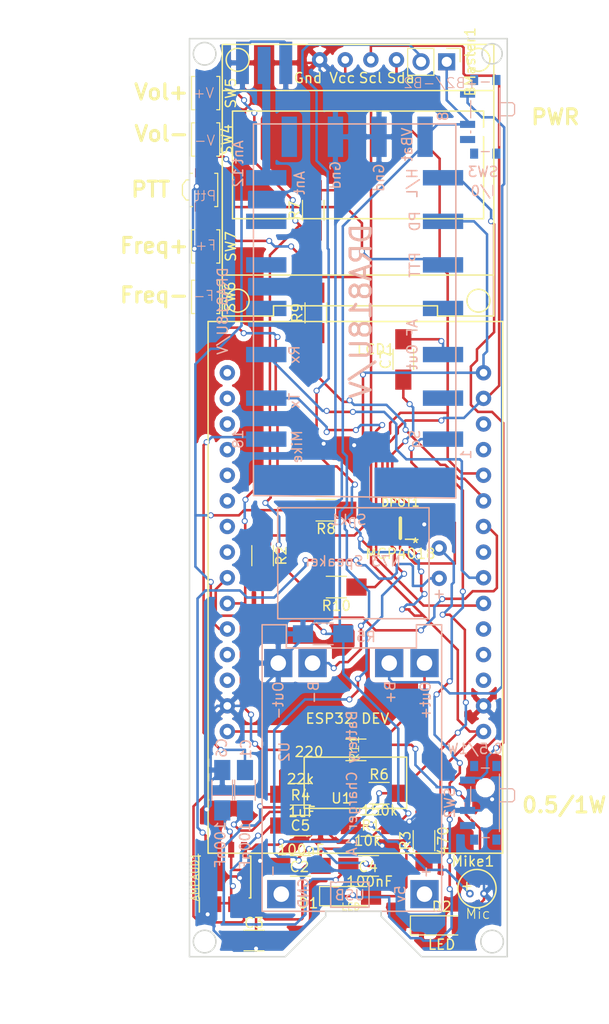
<source format=kicad_pcb>
(kicad_pcb (version 4) (host pcbnew 4.0.4-stable)
  (layers (0 F.Cu signal) (31 B.Cu signal) (34 B.Paste user) (35 F.Paste user) (36 B.SilkS user) (37 F.SilkS user) (38 B.Mask user) (39 F.Mask user) (44 Edge.Cuts user))
  (net 0 "")
  (net 1 GND)
  (net 2 "Net-(AMPAUD1-Pad2)")
  (net 3 "Net-(AMPAUD1-Pad5)")
  (net 4 BAT+)
  (net 5 "Net-(AMPAUD1-Pad8)")
  (net 6 "Net-(ANT1-Pad1)")
  (net 7 "Net-(C1-Pad1)")
  (net 8 "Net-(C1-Pad2)")
  (net 9 AudioOut)
  (net 10 "Net-(D1-Pad1)")
  (net 11 "Net-(D1-Pad2)")
  (net 12 "Net-(DRA8181-Pad7)")
  (net 13 Sleep)
  (net 14 RX)
  (net 15 TX)
  (net 16 Vcc)
  (net 17 SCL)
  (net 18 SDA)
  (net 19 "Net-(SW3-Pad1)")
  (net 20 5V)
  (net 21 "Net-(AMPAUD1-Pad4)")
  (net 22 "Net-(C4-Pad1)")
  (net 23 Audio)
  (net 24 "Net-(C7-Pad2)")
  (net 25 "Net-(DRA8181-Pad5)")
  (net 26 Vol+_Butt)
  (net 27 Vol-_Butt)
  (net 28 Freq+_Butt)
  (net 29 Freq-_Butt)
  (net 30 BM_GND)
  (net 31 "Net-(D2-Pad2)")
  (net 32 Gpio26)
  (module nodemcu:SMA_EDGE (layer B.Cu) (at 123.4 68.5 180)
    (fp_text reference ANT1 hide)
    (fp_text value CON-SMA hide)
    (pad 3 smd rect (at -2.1463 2.0955 180) (size 1.27 4.191) (layers B.Cu B.Paste B.Mask) (net 1 GND))
    (pad 2 smd rect (at 2.1463 2.0955 180) (size 1.27 4.191) (layers B.Cu B.Paste B.Mask) (net 1 GND))
    (pad 1 smd rect (at 0 1.8415 180) (size 1.27 3.683) (layers B.Cu B.Paste B.Mask) (net 6 "Net-(ANT1-Pad1)"))
    (pad 5 smd rect (at -2.1463 2.0955 180) (size 1.27 4.191) (layers F.Cu B.Paste B.Mask) (net 1 GND))
    (pad 4 smd rect (at 2.1463 2.0955 180) (size 1.27 4.191) (layers F.Cu B.Paste B.Mask) (net 1 GND))
  )
  (module Capacitors_SMD:C_1206_HandSoldering (layer B.Cu) (at 121.5 138.5 90)
    (fp_text reference C1 (at 4.1 0.1 90) (layer B.SilkS) (effects (justify mirror)))
    (fp_text value 100nF (at -5.5 0 90) (layer B.SilkS) (effects (justify mirror)))
    (pad 1 smd rect (at -2 0 90) (size 2 1.6) (layers B.Cu B.Paste B.Mask) (net 7 "Net-(C1-Pad1)"))
    (pad 2 smd rect (at 2 0 90) (size 2 1.6) (layers B.Cu B.Paste B.Mask) (net 8 "Net-(C1-Pad2)"))
  )
  (module Capacitors_SMD:C_1206_HandSoldering (layer F.Cu) (at 127 146 180)
    (fp_text reference C2 (at 0.1 -0.1 180) (layer F.SilkS))
    (fp_text value 100nF (at -0.05 1.6 180) (layer F.SilkS))
    (pad 1 smd rect (at -2 0 180) (size 2 1.6) (layers F.Cu F.Paste F.Mask) (net 4 BAT+))
    (pad 2 smd rect (at 2 0 180) (size 2 1.6) (layers F.Cu F.Paste F.Mask) (net 1 GND))
  )
  (module Capacitors_SMD:C_1206_HandSoldering (layer F.Cu) (at 133.75 146)
    (fp_text reference C4 (at -0.05 0.1) (layer F.SilkS))
    (fp_text value 100nF (at 0.1 1.55) (layer F.SilkS))
    (pad 1 smd rect (at -2 0) (size 2 1.6) (layers F.Cu F.Paste F.Mask) (net 22 "Net-(C4-Pad1)"))
    (pad 2 smd rect (at 2 0) (size 2 1.6) (layers F.Cu F.Paste F.Mask) (net 9 AudioOut))
  )
  (module Capacitors_SMD:C_1206_HandSoldering (layer F.Cu) (at 127 142)
    (fp_text reference C5 (at 0 0) (layer F.SilkS))
    (fp_text value 1uF (at 0.15 -1.35) (layer F.SilkS))
    (pad 1 smd rect (at -2 0) (size 2 1.6) (layers F.Cu F.Paste F.Mask) (net 2 "Net-(AMPAUD1-Pad2)"))
    (pad 2 smd rect (at 2 0) (size 2 1.6) (layers F.Cu F.Paste F.Mask) (net 1 GND))
  )
  (module Capacitors_SMD:C_1206_HandSoldering (layer B.Cu) (at 119.25 138.5 90)
    (fp_text reference C6 (at 4.2 -0.05 90) (layer B.SilkS) (effects (justify mirror)))
    (fp_text value 100nF (at -5.4 -0.2 90) (layer B.SilkS) (effects (justify mirror)))
    (pad 1 smd rect (at -2 0 90) (size 2 1.6) (layers B.Cu B.Paste B.Mask) (net 4 BAT+))
    (pad 2 smd rect (at 2 0 90) (size 2 1.6) (layers B.Cu B.Paste B.Mask) (net 1 GND))
  )
  (module LEDs:LED_1206_HandSoldering (layer F.Cu) (at 132 149)
    (fp_text reference D1 (at -4.2 0.7) (layer F.SilkS))
    (fp_text value LED (at 0 1.05) (layer F.SilkS) (effects (font (size 0.7 0.7) (thickness 0.1))))
    (pad 1 smd rect (at -2 0) (size 2 1.7) (layers F.Cu F.Paste F.Mask) (net 10 "Net-(D1-Pad1)"))
    (pad 2 smd rect (at 2 0) (size 2 1.7) (layers F.Cu F.Paste F.Mask) (net 11 "Net-(D1-Pad2)"))
  )
  (module nodemcu:DRA818U (layer B.Cu) (at 132.5 91 90)
    (fp_text reference DRA8181 hide)
    (fp_text value DRA818U hide)
    (fp_text user Ant (at 15.748 -11.684 90) (layer B.SilkS) (effects (justify mirror)))
    (fp_text user DRA818U/V (at 0 -13.208 90) (layer B.SilkS) (effects (justify mirror)))
    (fp_text user Sq (at -12.7 5.842 90) (layer B.SilkS) (effects (justify mirror)))
    (fp_text user "AF Out" (at -3.302 5.588 90) (layer B.SilkS) (effects (justify mirror)))
    (fp_text user PTT (at 4.572 5.842 90) (layer B.SilkS) (effects (justify mirror)))
    (fp_text user PD (at 8.89 5.842 90) (layer B.SilkS) (effects (justify mirror)))
    (fp_text user H/L (at 12.7 5.588 90) (layer B.SilkS) (effects (justify mirror)))
    (fp_text user VBat (at 16.51 5.08 90) (layer B.SilkS) (effects (justify mirror)))
    (fp_text user Gnd (at 13.462 -2.032 90) (layer B.SilkS) (effects (justify mirror)))
    (fp_text user Gnd (at 13.208 2.286 90) (layer B.SilkS) (effects (justify mirror)))
    (fp_text user Ant (at 12.7 -5.588 90) (layer B.SilkS) (effects (justify mirror)))
    (fp_text user Mike (at -13.462 -5.842 90) (layer B.SilkS) (effects (justify mirror)))
    (fp_text user Tx (at -8.89 -6.096 90) (layer B.SilkS) (effects (justify mirror)))
    (fp_text user Rx (at -4.318 -6.096 90) (layer B.SilkS) (effects (justify mirror)))
    (fp_text user 18 (at -12.7 -11.684 90) (layer B.SilkS) (effects (justify mirror)))
    (fp_text user 12 (at 13.208 -11.684 90) (layer B.SilkS) (effects (justify mirror)))
    (fp_text user 8 (at 19.304 8.636 90) (layer B.SilkS) (effects (justify mirror)))
    (fp_text user 1 (at -14.224 10.922 90) (layer B.SilkS) (effects (justify mirror)))
    (fp_text user DRA818U/V (at 0 0.508 90) (layer B.SilkS) (effects (font (size 2 2) (thickness 0.3)) (justify mirror)))
    (pad 1 smd rect (at -12.7 8.636 90) (size 1.524 4) (layers B.Cu B.Paste B.Mask) (net 10 "Net-(D1-Pad1)"))
    (pad 2 smd rect (at -8.636 8.636 90) (size 1.524 4) (layers B.Cu B.Paste B.Mask))
    (pad 3 smd rect (at -4.318 8.636 90) (size 1.524 4) (layers B.Cu B.Paste B.Mask) (net 24 "Net-(C7-Pad2)"))
    (pad 7 smd rect (at 13.208 8.636 90) (size 1.524 4) (layers B.Cu B.Paste B.Mask) (net 12 "Net-(DRA8181-Pad7)"))
    (pad 4 smd rect (at 0.254 8.636 90) (size 1.524 4) (layers B.Cu B.Paste B.Mask))
    (pad 5 smd rect (at 4.572 8.636 90) (size 1.524 4) (layers B.Cu B.Paste B.Mask) (net 25 "Net-(DRA8181-Pad5)"))
    (pad 6 smd rect (at 8.89 8.636 90) (size 1.524 4) (layers B.Cu B.Paste B.Mask) (net 13 Sleep))
    (pad 18 smd rect (at -12.7 -8.89 90) (size 1.524 4) (layers B.Cu B.Paste B.Mask) (net 8 "Net-(C1-Pad2)"))
    (pad 17 smd rect (at -8.636 -8.89 90) (size 1.524 4) (layers B.Cu B.Paste B.Mask) (net 14 RX))
    (pad 16 smd rect (at -4.318 -8.89 90) (size 1.524 4) (layers B.Cu B.Paste B.Mask) (net 15 TX))
    (pad 15 smd rect (at 0.254 -8.89 90) (size 1.524 4) (layers B.Cu B.Paste B.Mask))
    (pad 14 smd rect (at 4.572 -8.89 90) (size 1.524 4) (layers B.Cu B.Paste B.Mask))
    (pad 13 smd rect (at 8.89 -8.89 90) (size 1.524 4) (layers B.Cu B.Paste B.Mask))
    (pad 12 smd rect (at 13.208 -8.89 90) (size 1.524 4) (layers B.Cu B.Paste B.Mask) (net 6 "Net-(ANT1-Pad1)"))
    (pad 8 smd rect (at 17.272 6.858 90) (size 4 1.524) (layers B.Cu B.Paste B.Mask) (net 4 BAT+))
    (pad 9 smd rect (at 17.272 2.286 90) (size 4 1.524) (layers B.Cu B.Paste B.Mask) (net 1 GND))
    (pad 10 smd rect (at 17.272 -2.032 90) (size 4 1.524) (layers B.Cu B.Paste B.Mask) (net 1 GND))
    (pad 11 smd rect (at 17.272 -6.604 90) (size 4 1.524) (layers B.Cu B.Paste B.Mask))
    (pad "" smd rect (at -17.018 5.842 90) (size 3 8) (layers B.Cu B.Paste B.Mask))
    (pad "" smd rect (at -16.764 -6.096 90) (size 3 8) (layers B.Cu B.Paste B.Mask))
  )
  (module nodemcu:Oled96 (layer F.Cu) (at 119.25 91.5)
    (fp_text reference LCD1 (at 15.24 3.302) (layer F.SilkS))
    (fp_text value Oled96)
    (fp_text user Sda (at 17.7 -23.6) (layer F.SilkS))
    (fp_text user Scl (at 14.7 -23.6) (layer F.SilkS))
    (fp_text user Vcc (at 11.9 -23.6) (layer F.SilkS))
    (fp_text user Gnd (at 8.5 -23.6) (layer F.SilkS))
    (pad 4 thru_hole circle (at 9.652 -25.4) (size 1.524 1.524) (drill 0.762) (layers *.Cu *.Mask) (net 1 GND))
    (pad 3 thru_hole circle (at 12.192 -25.4) (size 1.524 1.524) (drill 0.762) (layers *.Cu *.Mask) (net 16 Vcc))
    (pad 2 thru_hole circle (at 14.732 -25.4) (size 1.524 1.524) (drill 0.762) (layers *.Cu *.Mask) (net 17 SCL))
    (pad 1 thru_hole circle (at 17.272 -25.4) (size 1.524 1.524) (drill 0.762) (layers *.Cu *.Mask) (net 18 SDA))
  )
  (module nodemcu:MiniElectret (layer F.Cu) (at 144.5 148.25 180)
    (fp_text reference Mike1 (at 0.4 2.7 180) (layer F.SilkS))
    (fp_text value MicElectret)
    (fp_text user Mic (at -0.1 -2.5 180) (layer F.SilkS) (effects (font (thickness 0.1))))
    (fp_text user + (at 1 0.3 180) (layer F.SilkS))
    (pad 1 thru_hole circle (at 0.7 -0.5 180) (size 0.76 0.76) (drill 0.4) (layers *.Cu *.Mask) (net 7 "Net-(C1-Pad1)"))
    (pad 2 thru_hole circle (at -0.7 -0.5 180) (size 0.76 0.76) (drill 0.4) (layers *.Cu *.Mask) (net 1 GND))
  )
  (module Resistors_SMD:R_1206_HandSoldering (layer F.Cu) (at 134 142)
    (fp_text reference R1 (at 0 0) (layer F.SilkS))
    (fp_text value 10k (at -0.35 1.5) (layer F.SilkS))
    (pad 1 smd rect (at -2 0) (size 2 1.7) (layers F.Cu F.Paste F.Mask) (net 7 "Net-(C1-Pad1)"))
    (pad 2 smd rect (at 2 0) (size 2 1.7) (layers F.Cu F.Paste F.Mask) (net 4 BAT+))
  )
  (module Resistors_SMD:R_1206_HandSoldering (layer F.Cu) (at 123.25 115.25 270)
    (fp_text reference R2 (at 0 -1.85 270) (layer F.SilkS))
    (fp_text value 10k)
    (pad 1 smd rect (at -2 0 270) (size 2 1.7) (layers F.Cu F.Paste F.Mask) (net 13 Sleep))
    (pad 2 smd rect (at 2 0 270) (size 2 1.7) (layers F.Cu F.Paste F.Mask) (net 4 BAT+))
  )
  (module Resistors_SMD:R_1206_HandSoldering (layer F.Cu) (at 139.25 143.5 90)
    (fp_text reference R3 (at 0 -1.85 90) (layer F.SilkS))
    (fp_text value 470 (at 0 1.9 90) (layer F.SilkS))
    (pad 1 smd rect (at -2 0 90) (size 2 1.7) (layers F.Cu F.Paste F.Mask) (net 16 Vcc))
    (pad 2 smd rect (at 2 0 90) (size 2 1.7) (layers F.Cu F.Paste F.Mask) (net 11 "Net-(D1-Pad2)"))
  )
  (module Resistors_SMD:R_1206_HandSoldering (layer B.Cu) (at 129.25 123)
    (fp_text reference R5 (at 4.25 0.3) (layer B.SilkS) (effects (justify mirror)))
    (fp_text value 10k)
    (pad 1 smd rect (at -2 0) (size 2 1.7) (layers B.Cu B.Paste B.Mask) (net 1 GND))
    (pad 2 smd rect (at 2 0) (size 2 1.7) (layers B.Cu B.Paste B.Mask) (net 4 BAT+))
  )
  (module nodemcu:N73_Speaker (layer B.Cu) (at 124.75 110.5)
    (fp_text reference Spk1 (at 7 1.2 180) (layer B.SilkS) (effects (justify mirror)))
    (fp_text value N73_Speaker)
    (fp_text user "N73 Speaker" (at 7.4 5.3) (layer B.SilkS) (effects (justify mirror)))
    (fp_text user + (at 16 8.5) (layer B.SilkS) (effects (justify mirror)))
    (pad 1 thru_hole circle (at 16 7) (size 1.524 1.524) (drill 0.762) (layers *.Cu *.Mask) (net 5 "Net-(AMPAUD1-Pad8)"))
    (pad 2 thru_hole circle (at 16 4) (size 1.524 1.524) (drill 0.762) (layers *.Cu *.Mask) (net 3 "Net-(AMPAUD1-Pad5)"))
  )
  (module Buttons_Switches_SMD:SW_SPDT_PCM12 (layer B.Cu) (at 145 139.75 270)
    (fp_text reference SW2 (at 0 3.2 270) (layer B.SilkS) (effects (justify mirror)))
    (fp_text value SPST)
    (pad "" np_thru_hole circle (at -1.5 -0.33 270) (size 0.9 0.9) (drill 0.9) (layers *.Cu *.Mask))
    (pad "" np_thru_hole circle (at 1.5 -0.33 270) (size 0.9 0.9) (drill 0.9) (layers *.Cu *.Mask))
    (pad 1 smd rect (at -2.25 1.43 270) (size 0.7 1.5) (layers B.Cu B.Paste B.Mask) (net 12 "Net-(DRA8181-Pad7)"))
    (pad 2 smd rect (at 0.75 1.43 270) (size 0.7 1.5) (layers B.Cu B.Paste B.Mask) (net 1 GND))
    (pad 3 smd rect (at 2.25 1.43 270) (size 0.7 1.5) (layers B.Cu B.Paste B.Mask))
    (pad "" smd rect (at -3.65 -1.43 270) (size 1 0.8) (layers B.Cu B.Paste B.Mask))
    (pad "" smd rect (at 3.65 -1.43 270) (size 1 0.8) (layers B.Cu B.Paste B.Mask))
    (pad "" smd rect (at 3.65 0.78 270) (size 1 0.8) (layers B.Cu B.Paste B.Mask))
    (pad "" smd rect (at -3.65 0.78 270) (size 1 0.8) (layers B.Cu B.Paste B.Mask))
  )
  (module Buttons_Switches_SMD:SW_SPDT_PCM12 (layer B.Cu) (at 145 71.75 270)
    (fp_text reference SW3 (at 5.45 -0.1 360) (layer B.SilkS) (effects (justify mirror)))
    (fp_text value SPST)
    (pad "" np_thru_hole circle (at -1.5 -0.33 270) (size 0.9 0.9) (drill 0.9) (layers *.Cu *.Mask))
    (pad "" np_thru_hole circle (at 1.5 -0.33 270) (size 0.9 0.9) (drill 0.9) (layers *.Cu *.Mask))
    (pad 1 smd rect (at -2.25 1.43 270) (size 0.7 1.5) (layers B.Cu B.Paste B.Mask) (net 19 "Net-(SW3-Pad1)"))
    (pad 2 smd rect (at 0.75 1.43 270) (size 0.7 1.5) (layers B.Cu B.Paste B.Mask) (net 4 BAT+))
    (pad 3 smd rect (at 2.25 1.43 270) (size 0.7 1.5) (layers B.Cu B.Paste B.Mask))
    (pad "" smd rect (at -3.65 -1.43 270) (size 1 0.8) (layers B.Cu B.Paste B.Mask))
    (pad "" smd rect (at 3.65 -1.43 270) (size 1 0.8) (layers B.Cu B.Paste B.Mask))
    (pad "" smd rect (at 3.65 0.78 270) (size 1 0.8) (layers B.Cu B.Paste B.Mask))
    (pad "" smd rect (at -3.65 0.78 270) (size 1 0.8) (layers B.Cu B.Paste B.Mask))
  )
  (module nodemcu:ESP32-DEV2 (layer F.Cu) (at 119.75 89.5)
    (fp_text reference U1 (at 11.3 49.8) (layer F.SilkS))
    (fp_text value ESP32DEV)
    (fp_text user "ESP32 DEV" (at 11.9 41.9) (layer F.SilkS))
    (pad 1 thru_hole circle (at 0 7.62) (size 1.524 1.524) (drill 0.762) (layers *.Cu *.Mask))
    (pad 2 thru_hole circle (at 0 10.16) (size 1.524 1.524) (drill 0.762) (layers *.Cu *.Mask))
    (pad 3 thru_hole circle (at 0 12.7) (size 1.524 1.524) (drill 0.762) (layers *.Cu *.Mask))
    (pad 4 thru_hole circle (at 0 15.24) (size 1.524 1.524) (drill 0.762) (layers *.Cu *.Mask))
    (pad 5 thru_hole circle (at 0 17.78) (size 1.524 1.524) (drill 0.762) (layers *.Cu *.Mask))
    (pad 6 thru_hole circle (at 0 20.32) (size 1.524 1.524) (drill 0.762) (layers *.Cu *.Mask))
    (pad 7 thru_hole circle (at 0 22.86) (size 1.524 1.524) (drill 0.762) (layers *.Cu *.Mask))
    (pad 8 thru_hole circle (at 0 25.4) (size 1.524 1.524) (drill 0.762) (layers *.Cu *.Mask))
    (pad 9 thru_hole circle (at 0 27.94) (size 1.524 1.524) (drill 0.762) (layers *.Cu *.Mask) (net 32 Gpio26))
    (pad 10 thru_hole circle (at 0 30.48) (size 1.524 1.524) (drill 0.762) (layers *.Cu *.Mask) (net 26 Vol+_Butt))
    (pad 11 thru_hole circle (at 0 33.02) (size 1.524 1.524) (drill 0.762) (layers *.Cu *.Mask) (net 27 Vol-_Butt))
    (pad 12 thru_hole circle (at 0 35.56) (size 1.524 1.524) (drill 0.762) (layers *.Cu *.Mask))
    (pad 13 thru_hole circle (at 0 38.1) (size 1.524 1.524) (drill 0.762) (layers *.Cu *.Mask))
    (pad 14 thru_hole circle (at 0 40.64) (size 1.524 1.524) (drill 0.762) (layers *.Cu *.Mask) (net 1 GND))
    (pad 15 thru_hole circle (at 0 43.18) (size 1.524 1.524) (drill 0.762) (layers *.Cu *.Mask) (net 20 5V))
    (pad 16 thru_hole circle (at 25.4 7.62) (size 1.524 1.524) (drill 0.762) (layers *.Cu *.Mask) (net 13 Sleep))
    (pad 17 thru_hole circle (at 25.4 10.16) (size 1.524 1.524) (drill 0.762) (layers *.Cu *.Mask) (net 17 SCL))
    (pad 18 thru_hole circle (at 25.4 12.7) (size 1.524 1.524) (drill 0.762) (layers *.Cu *.Mask))
    (pad 19 thru_hole circle (at 25.4 15.24) (size 1.524 1.524) (drill 0.762) (layers *.Cu *.Mask))
    (pad 20 thru_hole circle (at 25.4 17.78) (size 1.524 1.524) (drill 0.762) (layers *.Cu *.Mask) (net 18 SDA))
    (pad 21 thru_hole circle (at 25.4 20.32) (size 1.524 1.524) (drill 0.762) (layers *.Cu *.Mask) (net 28 Freq+_Butt))
    (pad 22 thru_hole circle (at 25.4 22.86) (size 1.524 1.524) (drill 0.762) (layers *.Cu *.Mask) (net 29 Freq-_Butt))
    (pad 23 thru_hole circle (at 25.4 25.4) (size 1.524 1.524) (drill 0.762) (layers *.Cu *.Mask))
    (pad 24 thru_hole circle (at 25.4 27.94) (size 1.524 1.524) (drill 0.762) (layers *.Cu *.Mask) (net 15 TX))
    (pad 25 thru_hole circle (at 25.4 30.48) (size 1.524 1.524) (drill 0.762) (layers *.Cu *.Mask) (net 14 RX))
    (pad 26 thru_hole circle (at 25.4 33.02) (size 1.524 1.524) (drill 0.762) (layers *.Cu *.Mask))
    (pad 27 thru_hole circle (at 25.4 35.56) (size 1.524 1.524) (drill 0.762) (layers *.Cu *.Mask))
    (pad 28 thru_hole circle (at 25.4 38.1) (size 1.524 1.524) (drill 0.762) (layers *.Cu *.Mask))
    (pad 29 thru_hole circle (at 25.4 40.64) (size 1.524 1.524) (drill 0.762) (layers *.Cu *.Mask) (net 1 GND))
    (pad 30 thru_hole circle (at 25.4 43.18) (size 1.524 1.524) (drill 0.762) (layers *.Cu *.Mask) (net 16 Vcc))
  )
  (module nodemcu:TP4056-18650 (layer B.Cu) (at 141 150.5 90)
    (fp_text reference U2 (at 15.8 -15.6 90) (layer B.SilkS) (effects (justify mirror)))
    (fp_text value TP4056-1A)
    (fp_text user "Battery Charger 1A" (at 12.7 -8.9 90) (layer B.SilkS) (effects (justify mirror)))
    (fp_text user GND (at 1.8 -13.7 90) (layer B.SilkS) (effects (justify mirror)))
    (fp_text user 5v (at 1.7 -4.1 90) (layer B.SilkS) (effects (justify mirror)))
    (fp_text user B+ (at 21.7 -5.1 90) (layer B.SilkS) (effects (justify mirror)))
    (fp_text user B- (at 21.7 -12.7 90) (layer B.SilkS) (effects (justify mirror)))
    (fp_text user Out+ (at 20.9 -1.6 90) (layer B.SilkS) (effects (justify mirror)))
    (fp_text user Out- (at 20.9 -16.2 90) (layer B.SilkS) (effects (justify mirror)))
    (fp_text user USB (at 1.6 -9.1 360) (layer B.SilkS) (effects (justify mirror)))
    (fp_text user - (at 4 -16.8 90) (layer B.SilkS) (effects (justify mirror)))
    (fp_text user + (at 3.9 -1.6 90) (layer B.SilkS) (effects (justify mirror)))
    (pad 6 thru_hole rect (at 24.6 -12.8 90) (size 2.8 2.8) (drill 1.54) (layers *.Cu *.Mask) (net 30 BM_GND))
    (pad 5 thru_hole rect (at 24.6 -5.2 90) (size 2.8 2.8) (drill 1.54) (layers *.Cu *.Mask) (net 19 "Net-(SW3-Pad1)"))
    (pad 4 thru_hole rect (at 24.6 -16.2 90) (size 2.8 2.8) (drill 1.54) (layers *.Cu *.Mask) (net 1 GND))
    (pad 3 thru_hole rect (at 24.6 -1.7 90) (size 2.8 2.8) (drill 1.54) (layers *.Cu *.Mask) (net 20 5V))
    (pad 2 thru_hole rect (at 1.7 -15.9 90) (size 2.8 2.8) (drill 1.54) (layers *.Cu *.Mask))
    (pad 1 thru_hole rect (at 1.7 -1.7 90) (size 2.8 2.8) (drill 1.54) (layers *.Cu *.Mask))
  )
  (module Resistors_SMD:R_1206_HandSoldering (layer F.Cu) (at 127 138.9 180)
    (fp_text reference R4 (at 0 -0.1 180) (layer F.SilkS))
    (fp_text value 22k (at 0 1.5 180) (layer F.SilkS))
    (pad 1 smd rect (at -2 0 180) (size 2 1.7) (layers F.Cu F.Paste F.Mask) (net 22 "Net-(C4-Pad1)"))
    (pad 2 smd rect (at 2 0 180) (size 2 1.7) (layers F.Cu F.Paste F.Mask) (net 21 "Net-(AMPAUD1-Pad4)"))
  )
  (module Resistors_SMD:R_1206_HandSoldering (layer F.Cu) (at 134.8 138.8)
    (fp_text reference R6 (at 0 -1.85) (layer F.SilkS))
    (fp_text value 150k (at 0.05 1.7) (layer F.SilkS))
    (pad 1 smd rect (at -2 0) (size 2 1.7) (layers F.Cu F.Paste F.Mask) (net 21 "Net-(AMPAUD1-Pad4)"))
    (pad 2 smd rect (at 2 0) (size 2 1.7) (layers F.Cu F.Paste F.Mask) (net 3 "Net-(AMPAUD1-Pad5)"))
  )
  (module Capacitors_SMD:C_1206_HandSoldering (layer F.Cu) (at 122.4 153.4)
    (fp_text reference C3 (at 0 -1.75) (layer F.SilkS))
    (fp_text value 47uF)
    (pad 1 smd rect (at -2 0) (size 2 1.6) (layers F.Cu F.Paste F.Mask) (net 4 BAT+))
    (pad 2 smd rect (at 2 0) (size 2 1.6) (layers F.Cu F.Paste F.Mask) (net 1 GND))
  )
  (module Capacitors_SMD:C_1206_HandSoldering (layer F.Cu) (at 137.2 95.8 90)
    (fp_text reference C7 (at 0 -1.75 90) (layer F.SilkS))
    (fp_text value 100nF)
    (pad 1 smd rect (at -2 0 90) (size 2 1.6) (layers F.Cu F.Paste F.Mask) (net 23 Audio))
    (pad 2 smd rect (at 2 0 90) (size 2 1.6) (layers F.Cu F.Paste F.Mask) (net 24 "Net-(C7-Pad2)"))
  )
  (module Resistors_SMD:R_1206_HandSoldering (layer F.Cu) (at 128.27 81.026 90)
    (fp_text reference R7 (at 0 -1.85 90) (layer F.SilkS))
    (fp_text value 10k)
    (pad 1 smd rect (at -2 0 90) (size 2 1.7) (layers F.Cu F.Paste F.Mask) (net 26 Vol+_Butt))
    (pad 2 smd rect (at 2 0 90) (size 2 1.7) (layers F.Cu F.Paste F.Mask) (net 16 Vcc))
  )
  (module Resistors_SMD:R_1206_HandSoldering (layer F.Cu) (at 129.54 110.744 180)
    (fp_text reference R8 (at 0 -1.85 180) (layer F.SilkS))
    (fp_text value 10k)
    (pad 1 smd rect (at -2 0 180) (size 2 1.7) (layers F.Cu F.Paste F.Mask) (net 16 Vcc))
    (pad 2 smd rect (at 2 0 180) (size 2 1.7) (layers F.Cu F.Paste F.Mask) (net 27 Vol-_Butt))
  )
  (module Resistors_SMD:R_1206_HandSoldering (layer F.Cu) (at 128.524 91.186 90)
    (fp_text reference R9 (at 0 -1.85 90) (layer F.SilkS))
    (fp_text value 10k)
    (pad 1 smd rect (at -2 0 90) (size 2 1.7) (layers F.Cu F.Paste F.Mask) (net 28 Freq+_Butt))
    (pad 2 smd rect (at 2 0 90) (size 2 1.7) (layers F.Cu F.Paste F.Mask) (net 16 Vcc))
  )
  (module Resistors_SMD:R_1206_HandSoldering (layer F.Cu) (at 130.556 118.364 180)
    (fp_text reference R10 (at 0 -1.85 180) (layer F.SilkS))
    (fp_text value 10k)
    (pad 1 smd rect (at -2 0 180) (size 2 1.7) (layers F.Cu F.Paste F.Mask) (net 16 Vcc))
    (pad 2 smd rect (at 2 0 180) (size 2 1.7) (layers F.Cu F.Paste F.Mask) (net 29 Freq-_Butt))
  )
  (module Buttons_Switches_SMD:SW_SPST_B3U-3000P (layer F.Cu) (at 117.4 79 90)
    (fp_text reference SW1 hide)
    (fp_text value PTT)
    (pad 1 smd rect (at -1.7 0 90) (size 0.9 1.7) (layers F.Cu F.Paste F.Mask) (net 25 "Net-(DRA8181-Pad5)"))
    (pad 2 smd rect (at 1.7 0 90) (size 0.9 1.7) (layers F.Cu F.Paste F.Mask) (net 1 GND))
  )
  (module Buttons_Switches_SMD:SW_SPST_B3U-1000P (layer F.Cu) (at 117.6 74 90)
    (fp_text reference SW4 (at 0 2.125 90) (layer F.SilkS))
    (fp_text value V-)
    (pad 1 smd rect (at -1.7 0 90) (size 0.9 1.7) (layers F.Cu F.Paste F.Mask) (net 27 Vol-_Butt))
    (pad 2 smd rect (at 1.7 0 90) (size 0.9 1.7) (layers F.Cu F.Paste F.Mask) (net 1 GND))
  )
  (module Buttons_Switches_SMD:SW_SPST_B3U-1000P (layer F.Cu) (at 117.6 69.4 270)
    (fp_text reference SW5 (at 0 -2.5 270) (layer F.SilkS))
    (fp_text value V+)
    (pad 1 smd rect (at -1.7 0 270) (size 0.9 1.7) (layers F.Cu F.Paste F.Mask) (net 26 Vol+_Butt))
    (pad 2 smd rect (at 1.7 0 270) (size 0.9 1.7) (layers F.Cu F.Paste F.Mask) (net 1 GND))
  )
  (module Buttons_Switches_SMD:SW_SPST_B3U-1000P (layer F.Cu) (at 117.6 89.6 90)
    (fp_text reference SW6 (at 0 2.425 90) (layer F.SilkS))
    (fp_text value F-)
    (pad 1 smd rect (at -1.7 0 90) (size 0.9 1.7) (layers F.Cu F.Paste F.Mask) (net 29 Freq-_Butt))
    (pad 2 smd rect (at 1.7 0 90) (size 0.9 1.7) (layers F.Cu F.Paste F.Mask) (net 1 GND))
  )
  (module Buttons_Switches_SMD:SW_SPST_B3U-1000P (layer F.Cu) (at 117.6 84.6 270)
    (fp_text reference SW7 (at 0 -2.5 270) (layer F.SilkS))
    (fp_text value F+)
    (pad 1 smd rect (at -1.7 0 270) (size 0.9 1.7) (layers F.Cu F.Paste F.Mask) (net 28 Freq+_Butt))
    (pad 2 smd rect (at 1.7 0 270) (size 0.9 1.7) (layers F.Cu F.Paste F.Mask) (net 1 GND))
  )
  (module nodemcu:MCP4018-SC70 (layer F.Cu) (at 136.906 112.522 180)
    (fp_text reference DPOT1 (at 0 2.54 360) (layer F.SilkS) (effects (font (size 0.8 0.8))))
    (fp_text value MCP4018)
    (fp_text user MCP4018 (at 0 -2.54 180) (layer F.SilkS))
    (pad 5 smd rect (at 0.95 0) (size 0.75 0.4) (layers F.Cu F.Paste F.Mask) (net 23 Audio))
    (pad 1 smd rect (at -0.95 -0.65) (size 0.75 0.4) (layers F.Cu F.Paste F.Mask) (net 16 Vcc))
    (pad 3 smd rect (at -0.95 0.65) (size 0.75 0.4) (layers F.Cu F.Paste F.Mask) (net 17 SCL))
    (pad 2 smd rect (at -0.95 0) (size 0.75 0.4) (layers F.Cu F.Paste F.Mask) (net 1 GND))
    (pad 4 smd rect (at 0.95 0.65) (size 0.75 0.4) (layers F.Cu F.Paste F.Mask) (net 18 SDA))
    (pad 6 smd rect (at 0.95 -0.65) (size 0.75 0.4) (layers F.Cu F.Paste F.Mask) (net 9 AudioOut))
  )
  (module Socket_Strips:Socket_Strip_Straight_1x02_Pitch2.54mm (layer F.Cu) (at 141.5 66.3 270)
    (fp_text reference BMaster1 (at 0 -2.33 270) (layer F.SilkS))
    (fp_text value BattCon)
    (pad 1 thru_hole rect (at 0 0 270) (size 1.7 1.7) (drill 1) (layers *.Cu *.Mask) (net 4 BAT+))
    (pad 2 thru_hole oval (at 0 2.54 270) (size 1.7 1.7) (drill 1) (layers *.Cu *.Mask) (net 30 BM_GND))
  )
  (module Housings_SOIC:SOIC-8_3.9x4.9mm_Pitch1.27mm (layer F.Cu) (at 119.5 147.1 90)
    (fp_text reference AMPAUD1 (at 0 -2.95 90) (layer F.SilkS) (effects (font (size 0.7 0.7) (thickness 0.1))))
    (fp_text value LM4871)
    (pad 1 smd rect (at -2.7 -1.905 90) (size 1.55 0.6) (layers F.Cu F.Paste F.Mask) (net 1 GND))
    (pad 2 smd rect (at -2.7 -0.635 90) (size 1.55 0.6) (layers F.Cu F.Paste F.Mask) (net 2 "Net-(AMPAUD1-Pad2)"))
    (pad 3 smd rect (at -2.7 0.635 90) (size 1.55 0.6) (layers F.Cu F.Paste F.Mask) (net 2 "Net-(AMPAUD1-Pad2)"))
    (pad 4 smd rect (at -2.7 1.905 90) (size 1.55 0.6) (layers F.Cu F.Paste F.Mask) (net 21 "Net-(AMPAUD1-Pad4)"))
    (pad 5 smd rect (at 2.7 1.905 90) (size 1.55 0.6) (layers F.Cu F.Paste F.Mask) (net 3 "Net-(AMPAUD1-Pad5)"))
    (pad 6 smd rect (at 2.7 0.635 90) (size 1.55 0.6) (layers F.Cu F.Paste F.Mask) (net 4 BAT+))
    (pad 7 smd rect (at 2.7 -0.635 90) (size 1.55 0.6) (layers F.Cu F.Paste F.Mask) (net 1 GND))
    (pad 8 smd rect (at 2.7 -1.905 90) (size 1.55 0.6) (layers F.Cu F.Paste F.Mask) (net 5 "Net-(AMPAUD1-Pad8)"))
  )
  (module LEDs:LED_1206_HandSoldering (layer F.Cu) (at 141 151.9)
    (fp_text reference D2 (at 0 -1.85) (layer F.SilkS))
    (fp_text value LED (at 0 1.9) (layer F.SilkS))
    (pad 1 smd rect (at -2 0) (size 2 1.7) (layers F.Cu F.Paste F.Mask) (net 1 GND))
    (pad 2 smd rect (at 2 0) (size 2 1.7) (layers F.Cu F.Paste F.Mask) (net 31 "Net-(D2-Pad2)"))
  )
  (module Resistors_SMD:R_1206_HandSoldering (layer F.Cu) (at 132.5 134.5)
    (fp_text reference R11 (at -0.15 -0.1 90) (layer F.SilkS) (effects (font (size 0.9 0.9) (thickness 0.1))))
    (fp_text value 220 (at -4.65 0.2) (layer F.SilkS))
    (pad 1 smd rect (at -2 0) (size 2 1.7) (layers F.Cu F.Paste F.Mask) (net 32 Gpio26))
    (pad 2 smd rect (at 2 0) (size 2 1.7) (layers F.Cu F.Paste F.Mask) (net 31 "Net-(D2-Pad2)"))
  )
  (gr_text * (at 138.4 114.05) (layer F.SilkS) (effects (font (size 1 1))))
  (gr_text F- (at 117.4 89.5) (layer B.SilkS) (effects (font (size 1 1) (thickness 0.1)) (justify mirror)))
  (gr_text F+ (at 117.6 84.5) (layer B.SilkS) (effects (font (size 1 1) (thickness 0.1)) (justify mirror)))
  (gr_text Ptt (at 117.6 79.6) (layer B.SilkS) (effects (font (size 1 1) (thickness 0.1)) (justify mirror)))
  (gr_text V- (at 117.5 74.1) (layer B.SilkS) (effects (font (size 1 1) (thickness 0.1)) (justify mirror)))
  (gr_text V+ (at 117.4 69.4) (layer B.SilkS) (effects (font (size 1 1) (thickness 0.1)) (justify mirror)))
  (gr_text 0.5/1W (at 144.3 134.4) (layer B.SilkS) (effects (font (size 1 1)) (justify mirror)))
  (gr_text I/0 (at 145.1 79.1) (layer B.SilkS) (effects (font (size 1 1)) (justify mirror)))
  (gr_text +B2/-B2 (at 140.9 68.4) (layer B.SilkS) (effects (font (size 1 1) (thickness 0.1)) (justify mirror)))
  (gr_text PWR (at 152.275 71.775) (layer F.SilkS) (effects (font (size 1.5 1.5) (thickness 0.3))))
  (gr_text 0.5/1W (at 153.15 139.975) (layer F.SilkS) (effects (font (size 1.5 1.5) (thickness 0.3))))
  (gr_text Freq- (at 112.5 89.425) (layer F.SilkS) (effects (font (size 1.5 1.5) (thickness 0.3))))
  (gr_text Freq+ (at 112.5 84.525) (layer F.SilkS) (effects (font (size 1.5 1.5) (thickness 0.3))))
  (gr_text PTT (at 112.15 78.95) (layer F.SilkS) (effects (font (size 1.5 1.5) (thickness 0.3))))
  (gr_text "Vol-\n" (at 113.225 73.425) (layer F.SilkS) (effects (font (size 1.5 1.5) (thickness 0.3))))
  (gr_text Vol+ (at 113.2 69.3) (layer F.SilkS) (effects (font (size 1.5 1.5) (thickness 0.3))))
  (gr_circle (center 146 65.5) (end 147 65.5) (layer Edge.Cuts) (width 0.15))
  (gr_circle (center 117.5 65.5) (end 118.5 65) (layer Edge.Cuts) (width 0.15))
  (gr_circle (center 146 153.5) (end 147 153) (layer Edge.Cuts) (width 0.15))
  (gr_circle (center 117.5 153.5) (end 118.5 153) (layer Edge.Cuts) (width 0.15))
  (gr_line (start 135 150.5) (end 135 151) (angle 90) (layer Edge.Cuts) (width 0.15))
  (gr_line (start 129.5 150.5) (end 135 150.5) (angle 90) (layer Edge.Cuts) (width 0.15))
  (gr_line (start 129.5 151) (end 129.5 150.5) (angle 90) (layer Edge.Cuts) (width 0.15))
  (gr_line (start 139 155) (end 147.5 155) (angle 90) (layer Edge.Cuts) (width 0.15))
  (gr_line (start 135 151) (end 139 155) (angle 90) (layer Edge.Cuts) (width 0.15))
  (gr_line (start 125.5 155) (end 116 155) (angle 90) (layer Edge.Cuts) (width 0.15))
  (gr_line (start 129.5 151) (end 125.5 155) (angle 90) (layer Edge.Cuts) (width 0.15))
  (gr_line (start 147.5 64) (end 147.5 64.5) (angle 90) (layer Edge.Cuts) (width 0.15))
  (gr_line (start 116 64) (end 147.5 64) (angle 90) (layer Edge.Cuts) (width 0.15))
  (gr_line (start 147.5 155) (end 147.5 64.5) (angle 90) (layer Edge.Cuts) (width 0.15))
  (gr_line (start 116 155) (end 116 64) (angle 90) (layer Edge.Cuts) (width 0.15))
  (segment (start 139 151.9) (end 141 151.9) (width 0.25) (layer F.Cu) (net 1))
  (segment (start 145.2 149.35) (end 145.2 148.75) (width 0.25) (layer F.Cu) (net 1))
  (segment (start 144.75 149.8) (end 145.2 149.35) (width 0.25) (layer F.Cu) (net 1))
  (segment (start 142 149.8) (end 144.75 149.8) (width 0.25) (layer F.Cu) (net 1))
  (segment (start 141.35 150.45) (end 142 149.8) (width 0.25) (layer F.Cu) (net 1))
  (segment (start 141.35 151.55) (end 141.35 150.45) (width 0.25) (layer F.Cu) (net 1))
  (segment (start 141 151.9) (end 141.35 151.55) (width 0.25) (layer F.Cu) (net 1))
  (segment (start 137.856 112.522) (end 138.903 112.522) (width 0.25) (layer F.Cu) (net 1))
  (segment (start 129.593 105.168) (end 130.468 105.168) (width 0.25) (layer B.Cu) (net 1))
  (segment (start 129.175 104.75) (end 129.593 105.168) (width 0.25) (layer B.Cu) (net 1))
  (segment (start 129.175 104.275) (end 129.175 104.75) (width 0.25) (layer B.Cu) (net 1))
  (segment (start 129.3 104.15) (end 129.175 104.275) (width 0.25) (layer B.Cu) (net 1))
  (via (at 129.3 104.15) (size 0.6) (drill 0.4) (layers F.Cu B.Cu) (net 1))
  (segment (start 132.175 104.15) (end 129.3 104.15) (width 0.25) (layer F.Cu) (net 1))
  (segment (start 132.325 104.3) (end 132.175 104.15) (width 0.25) (layer F.Cu) (net 1))
  (via (at 132.325 104.3) (size 0.6) (drill 0.4) (layers F.Cu B.Cu) (net 1))
  (segment (start 132.325 107.075) (end 132.325 104.3) (width 0.25) (layer B.Cu) (net 1))
  (segment (start 133.1 107.85) (end 132.325 107.075) (width 0.25) (layer B.Cu) (net 1))
  (segment (start 133.1 110.025) (end 133.1 107.85) (width 0.25) (layer B.Cu) (net 1))
  (segment (start 134.425 111.35) (end 133.1 110.025) (width 0.25) (layer B.Cu) (net 1))
  (segment (start 138.475 111.35) (end 134.425 111.35) (width 0.25) (layer B.Cu) (net 1))
  (segment (start 139.275 112.15) (end 138.475 111.35) (width 0.25) (layer B.Cu) (net 1))
  (via (at 139.275 112.15) (size 0.6) (drill 0.4) (layers F.Cu B.Cu) (net 1))
  (segment (start 138.903 112.522) (end 139.275 112.15) (width 0.25) (layer F.Cu) (net 1))
  (segment (start 117.4 77.3) (end 117.4 77.975) (width 0.25) (layer F.Cu) (net 1))
  (segment (start 116.5 84.825) (end 117.6 85.925) (width 0.25) (layer F.Cu) (net 1))
  (via (at 116.5 84.825) (size 0.6) (drill 0.4) (layers F.Cu B.Cu) (net 1))
  (segment (start 116.35 84.675) (end 116.5 84.825) (width 0.25) (layer B.Cu) (net 1))
  (segment (start 116.35 79.025) (end 116.35 84.675) (width 0.25) (layer B.Cu) (net 1))
  (segment (start 116.725 78.65) (end 116.35 79.025) (width 0.25) (layer B.Cu) (net 1))
  (via (at 116.725 78.65) (size 0.6) (drill 0.4) (layers F.Cu B.Cu) (net 1))
  (segment (start 117.4 77.975) (end 116.725 78.65) (width 0.25) (layer F.Cu) (net 1))
  (segment (start 117.6 85.925) (end 117.6 86.3) (width 0.25) (layer F.Cu) (net 1))
  (segment (start 117.4 77.3) (end 119.55 77.3) (width 0.25) (layer F.Cu) (net 1))
  (segment (start 120.904 75.946) (end 120.904 71.1) (width 0.25) (layer F.Cu) (net 1))
  (segment (start 119.55 77.3) (end 120.904 75.946) (width 0.25) (layer F.Cu) (net 1))
  (segment (start 120.904 71.1) (end 120.904 71.12) (width 0.25) (layer F.Cu) (net 1))
  (segment (start 120.904 71.12) (end 120.904 71.1) (width 0.25) (layer F.Cu) (net 1))
  (segment (start 117.6 71.1) (end 120.904 71.1) (width 0.25) (layer F.Cu) (net 1))
  (segment (start 120.904 71.1) (end 121.432 71.1) (width 0.25) (layer F.Cu) (net 1))
  (segment (start 122.1 70.432) (end 122.1 69.6) (width 0.25) (layer F.Cu) (net 1))
  (segment (start 121.432 71.1) (end 122.1 70.432) (width 0.25) (layer F.Cu) (net 1))
  (segment (start 117.6 87.9) (end 117.6 86.3) (width 0.25) (layer F.Cu) (net 1))
  (segment (start 117.6 72.3) (end 117.6 71.1) (width 0.25) (layer F.Cu) (net 1))
  (segment (start 124.4 153.4) (end 123.4 153.4) (width 0.25) (layer F.Cu) (net 1))
  (segment (start 123.4 153.4) (end 122.6 154.2) (width 0.25) (layer F.Cu) (net 1))
  (via (at 122.6 154.2) (size 0.6) (drill 0.4) (layers F.Cu B.Cu) (net 1))
  (segment (start 122.6 154.2) (end 122.4 154.4) (width 0.25) (layer B.Cu) (net 1))
  (segment (start 122.4 154.4) (end 120.4 154.4) (width 0.25) (layer B.Cu) (net 1))
  (segment (start 120.4 154.4) (end 118.4 152.4) (width 0.25) (layer B.Cu) (net 1))
  (segment (start 118.4 152.4) (end 118.4 151.4) (width 0.25) (layer B.Cu) (net 1))
  (segment (start 118.4 151.4) (end 117.8 150.8) (width 0.25) (layer B.Cu) (net 1))
  (via (at 117.8 150.8) (size 0.6) (drill 0.4) (layers F.Cu B.Cu) (net 1))
  (segment (start 117.8 150.8) (end 117.595 150.595) (width 0.25) (layer F.Cu) (net 1))
  (segment (start 117.595 150.595) (end 117.595 149.7) (width 0.25) (layer F.Cu) (net 1))
  (segment (start 129 142) (end 130.7 143.7) (width 0.25) (layer F.Cu) (net 1))
  (segment (start 138.9 140.5) (end 143.57 140.5) (width 0.25) (layer B.Cu) (net 1))
  (segment (start 137.8 141.6) (end 138.9 140.5) (width 0.25) (layer B.Cu) (net 1))
  (via (at 137.8 141.6) (size 0.6) (drill 0.4) (layers F.Cu B.Cu) (net 1))
  (segment (start 137.6 141.8) (end 137.8 141.6) (width 0.25) (layer F.Cu) (net 1))
  (segment (start 137.6 143.3) (end 137.6 141.8) (width 0.25) (layer F.Cu) (net 1))
  (segment (start 136.8 144.1) (end 137.6 143.3) (width 0.25) (layer F.Cu) (net 1))
  (segment (start 135.2 144.1) (end 136.8 144.1) (width 0.25) (layer F.Cu) (net 1))
  (segment (start 135.1 144) (end 135.2 144.1) (width 0.25) (layer F.Cu) (net 1))
  (via (at 135.1 144) (size 0.6) (drill 0.4) (layers F.Cu B.Cu) (net 1))
  (segment (start 134.7 144) (end 135.1 144) (width 0.25) (layer B.Cu) (net 1))
  (segment (start 134.3 143.6) (end 134.7 144) (width 0.25) (layer B.Cu) (net 1))
  (segment (start 132.2 143.6) (end 134.3 143.6) (width 0.25) (layer B.Cu) (net 1))
  (via (at 132.2 143.6) (size 0.6) (drill 0.4) (layers F.Cu B.Cu) (net 1))
  (segment (start 132.1 143.7) (end 132.2 143.6) (width 0.25) (layer F.Cu) (net 1))
  (segment (start 130.7 143.7) (end 132.1 143.7) (width 0.25) (layer F.Cu) (net 1))
  (segment (start 145.2 148.75) (end 145.2 144.6) (width 0.25) (layer B.Cu) (net 1))
  (segment (start 146.2 140.8) (end 145.4 140) (width 0.25) (layer B.Cu) (net 1))
  (segment (start 146.2 142) (end 146.2 140.8) (width 0.25) (layer B.Cu) (net 1))
  (segment (start 145.4 142.8) (end 146.2 142) (width 0.25) (layer B.Cu) (net 1))
  (segment (start 145.4 144.4) (end 145.4 142.8) (width 0.25) (layer B.Cu) (net 1))
  (segment (start 145.2 144.6) (end 145.4 144.4) (width 0.25) (layer B.Cu) (net 1))
  (segment (start 143.57 140.5) (end 144.9 140.5) (width 0.25) (layer B.Cu) (net 1))
  (segment (start 144.9 140.5) (end 145.4 140) (width 0.25) (layer B.Cu) (net 1))
  (segment (start 146.6 131.59) (end 145.15 130.14) (width 0.25) (layer F.Cu) (net 1))
  (segment (start 146.6 133.1) (end 146.6 131.59) (width 0.25) (layer F.Cu) (net 1))
  (segment (start 145.4 134.3) (end 146.6 133.1) (width 0.25) (layer F.Cu) (net 1))
  (segment (start 145.2 134.3) (end 145.4 134.3) (width 0.25) (layer F.Cu) (net 1))
  (segment (start 145.9 135) (end 145.2 134.3) (width 0.25) (layer F.Cu) (net 1))
  (segment (start 146.5 135) (end 145.9 135) (width 0.25) (layer F.Cu) (net 1))
  (segment (start 146.7 135.2) (end 146.5 135) (width 0.25) (layer F.Cu) (net 1))
  (segment (start 146.7 138.7) (end 146.7 135.2) (width 0.25) (layer F.Cu) (net 1))
  (segment (start 146 139.4) (end 146.7 138.7) (width 0.25) (layer F.Cu) (net 1))
  (via (at 146 139.4) (size 0.6) (drill 0.4) (layers F.Cu B.Cu) (net 1))
  (segment (start 145.4 140) (end 146 139.4) (width 0.25) (layer B.Cu) (net 1))
  (segment (start 130.468 73.728) (end 130.468 105.168) (width 0.25) (layer B.Cu) (net 1))
  (segment (start 130.468 105.168) (end 131.1 105.8) (width 0.25) (layer B.Cu) (net 1))
  (segment (start 131.1 105.8) (end 131.1 109.6) (width 0.25) (layer B.Cu) (net 1))
  (segment (start 131.1 109.6) (end 130.3 110.4) (width 0.25) (layer B.Cu) (net 1))
  (segment (start 130.3 110.4) (end 130.3 119.95) (width 0.25) (layer B.Cu) (net 1))
  (segment (start 130.3 119.95) (end 127.25 123) (width 0.25) (layer B.Cu) (net 1))
  (segment (start 124.8 125.9) (end 124.8 126.7) (width 0.25) (layer B.Cu) (net 1))
  (segment (start 124.8 126.7) (end 121.36 130.14) (width 0.25) (layer B.Cu) (net 1))
  (segment (start 121.36 130.14) (end 119.75 130.14) (width 0.25) (layer B.Cu) (net 1))
  (segment (start 127.25 123) (end 127.25 123.45) (width 0.25) (layer B.Cu) (net 1))
  (segment (start 127.25 123.45) (end 124.8 125.9) (width 0.25) (layer B.Cu) (net 1))
  (segment (start 118.1 137.65) (end 118.1 130.8) (width 0.25) (layer B.Cu) (net 1))
  (segment (start 118.76 130.14) (end 119.75 130.14) (width 0.25) (layer B.Cu) (net 1))
  (segment (start 118.1 130.8) (end 118.76 130.14) (width 0.25) (layer B.Cu) (net 1))
  (segment (start 118.865 144.3) (end 118.865 141.565) (width 0.25) (layer F.Cu) (net 1))
  (segment (start 118.1 137.65) (end 119.25 136.5) (width 0.25) (layer B.Cu) (net 1))
  (segment (start 118.1 140) (end 118.1 137.65) (width 0.25) (layer B.Cu) (net 1))
  (segment (start 117.7 140.4) (end 118.1 140) (width 0.25) (layer B.Cu) (net 1))
  (via (at 117.7 140.4) (size 0.6) (drill 0.4) (layers F.Cu B.Cu) (net 1))
  (segment (start 118.865 141.565) (end 117.7 140.4) (width 0.25) (layer F.Cu) (net 1))
  (segment (start 125 146) (end 123.5 146) (width 0.25) (layer F.Cu) (net 1))
  (segment (start 120.85 147.05) (end 118.05 147.05) (width 0.25) (layer F.Cu) (net 1))
  (segment (start 121 147.2) (end 120.85 147.05) (width 0.25) (layer F.Cu) (net 1))
  (via (at 121 147.2) (size 0.6) (drill 0.4) (layers F.Cu B.Cu) (net 1))
  (segment (start 121.3 147.2) (end 121 147.2) (width 0.25) (layer B.Cu) (net 1))
  (segment (start 123 145.5) (end 121.3 147.2) (width 0.25) (layer B.Cu) (net 1))
  (via (at 123 145.5) (size 0.6) (drill 0.4) (layers F.Cu B.Cu) (net 1))
  (segment (start 123.5 146) (end 123 145.5) (width 0.25) (layer F.Cu) (net 1))
  (segment (start 117.595 149.7) (end 117.595 147.505) (width 0.25) (layer F.Cu) (net 1))
  (segment (start 117.595 147.505) (end 118.05 147.05) (width 0.25) (layer F.Cu) (net 1))
  (segment (start 118.5 144.665) (end 118.865 144.3) (width 0.25) (layer F.Cu) (net 1))
  (segment (start 118.05 147.05) (end 118.5 146.6) (width 0.25) (layer F.Cu) (net 1))
  (segment (start 118.5 146.6) (end 118.5 144.665) (width 0.25) (layer F.Cu) (net 1))
  (segment (start 125 146) (end 125 144.7) (width 0.25) (layer F.Cu) (net 1))
  (segment (start 127.7 143.3) (end 129 142) (width 0.25) (layer F.Cu) (net 1))
  (segment (start 126.4 143.3) (end 127.7 143.3) (width 0.25) (layer F.Cu) (net 1))
  (segment (start 125 144.7) (end 126.4 143.3) (width 0.25) (layer F.Cu) (net 1))
  (segment (start 125.5463 66.4045) (end 128.5975 66.4045) (width 0.25) (layer F.Cu) (net 1))
  (segment (start 128.5975 66.4045) (end 128.902 66.1) (width 0.25) (layer F.Cu) (net 1))
  (segment (start 121.2537 66.4045) (end 121.2537 68.7537) (width 0.25) (layer F.Cu) (net 1))
  (segment (start 121.2537 68.7537) (end 122.1 69.6) (width 0.25) (layer F.Cu) (net 1))
  (segment (start 122.1 69.6) (end 122.2 69.6) (width 0.25) (layer F.Cu) (net 1))
  (segment (start 125.3 69.6) (end 125.5463 69.3537) (width 0.25) (layer F.Cu) (net 1))
  (segment (start 122.2 69.6) (end 125.3 69.6) (width 0.25) (layer F.Cu) (net 1))
  (segment (start 125.5463 69.3537) (end 125.5463 66.4045) (width 0.25) (layer F.Cu) (net 1))
  (segment (start 121.2537 66.4045) (end 121.2537 65.1463) (width 0.25) (layer B.Cu) (net 1))
  (segment (start 121.2537 65.1463) (end 122.1 64.3) (width 0.25) (layer B.Cu) (net 1))
  (segment (start 122.1 64.3) (end 125.4 64.3) (width 0.25) (layer B.Cu) (net 1))
  (segment (start 125.4 64.3) (end 125.5463 64.4463) (width 0.25) (layer B.Cu) (net 1))
  (segment (start 125.5463 64.4463) (end 125.5463 66.4045) (width 0.25) (layer B.Cu) (net 1))
  (segment (start 130.468 68.7) (end 132.8 68.7) (width 0.25) (layer B.Cu) (net 1))
  (segment (start 134.786 70.686) (end 134.786 73.728) (width 0.25) (layer B.Cu) (net 1))
  (segment (start 132.8 68.7) (end 134.786 70.686) (width 0.25) (layer B.Cu) (net 1))
  (segment (start 128.902 66.1) (end 128.902 67.102) (width 0.25) (layer B.Cu) (net 1))
  (segment (start 130.468 68.668) (end 130.468 68.7) (width 0.25) (layer B.Cu) (net 1))
  (segment (start 130.468 68.7) (end 130.468 73.728) (width 0.25) (layer B.Cu) (net 1))
  (segment (start 128.902 67.102) (end 130.468 68.668) (width 0.25) (layer B.Cu) (net 1))
  (segment (start 125 142) (end 124.1 142) (width 0.25) (layer F.Cu) (net 2))
  (segment (start 124.1 142) (end 123.1 143) (width 0.25) (layer F.Cu) (net 2))
  (segment (start 123.1 143) (end 122.8 143) (width 0.25) (layer F.Cu) (net 2))
  (via (at 122.8 143) (size 0.6) (drill 0.4) (layers F.Cu B.Cu) (net 2))
  (segment (start 122.8 143) (end 121.1 144.7) (width 0.25) (layer B.Cu) (net 2))
  (segment (start 121.1 144.7) (end 121.1 145.5) (width 0.25) (layer B.Cu) (net 2))
  (segment (start 121.1 145.5) (end 120.1 146.5) (width 0.25) (layer B.Cu) (net 2))
  (segment (start 120.1 146.5) (end 120.1 147.8) (width 0.25) (layer B.Cu) (net 2))
  (segment (start 120.1 147.8) (end 120.3 148) (width 0.25) (layer B.Cu) (net 2))
  (via (at 120.3 148) (size 0.6) (drill 0.4) (layers F.Cu B.Cu) (net 2))
  (segment (start 120.3 148) (end 120.135 148.165) (width 0.25) (layer F.Cu) (net 2))
  (segment (start 120.135 148.165) (end 120.135 149.7) (width 0.25) (layer F.Cu) (net 2))
  (segment (start 118.865 149.7) (end 120.135 149.7) (width 0.25) (layer F.Cu) (net 2))
  (segment (start 121.405 144.3) (end 122.2 144.3) (width 0.25) (layer F.Cu) (net 3))
  (segment (start 134.8 138.8) (end 136.8 138.8) (width 0.25) (layer F.Cu) (net 3))
  (via (at 134.8 138.8) (size 0.6) (drill 0.4) (layers F.Cu B.Cu) (net 3))
  (segment (start 134.7 138.9) (end 134.8 138.8) (width 0.25) (layer B.Cu) (net 3))
  (segment (start 134.7 139.7) (end 134.7 138.9) (width 0.25) (layer B.Cu) (net 3))
  (segment (start 132.4 142) (end 134.7 139.7) (width 0.25) (layer B.Cu) (net 3))
  (segment (start 130.8 143.6) (end 132.4 142) (width 0.25) (layer B.Cu) (net 3))
  (segment (start 125.1 143.6) (end 130.8 143.6) (width 0.25) (layer B.Cu) (net 3))
  (via (at 125.1 143.6) (size 0.6) (drill 0.4) (layers F.Cu B.Cu) (net 3))
  (segment (start 124.8 143.9) (end 125.1 143.6) (width 0.25) (layer F.Cu) (net 3))
  (segment (start 122.6 143.9) (end 124.8 143.9) (width 0.25) (layer F.Cu) (net 3))
  (segment (start 122.2 144.3) (end 122.6 143.9) (width 0.25) (layer F.Cu) (net 3))
  (segment (start 136.8 138.8) (end 136.8 138.7) (width 0.25) (layer F.Cu) (net 3))
  (segment (start 136.8 138.7) (end 140.8 134.7) (width 0.25) (layer F.Cu) (net 3))
  (segment (start 140.8 134.7) (end 140.8 134.6) (width 0.25) (layer F.Cu) (net 3))
  (segment (start 140.8 134.6) (end 142.6 132.8) (width 0.25) (layer F.Cu) (net 3))
  (via (at 142.6 132.8) (size 0.6) (drill 0.4) (layers F.Cu B.Cu) (net 3))
  (segment (start 142.6 132.8) (end 143.4 132) (width 0.25) (layer B.Cu) (net 3))
  (segment (start 143.4 132) (end 143.4 129.8) (width 0.25) (layer B.Cu) (net 3))
  (via (at 143.4 129.8) (size 0.6) (drill 0.4) (layers F.Cu B.Cu) (net 3))
  (segment (start 143.4 129.8) (end 143.3 129.7) (width 0.25) (layer F.Cu) (net 3))
  (segment (start 143.3 129.7) (end 143.3 122.6) (width 0.25) (layer F.Cu) (net 3))
  (segment (start 143.3 122.6) (end 141.8 121.1) (width 0.25) (layer F.Cu) (net 3))
  (segment (start 141.8 121.1) (end 141.1 121.1) (width 0.25) (layer F.Cu) (net 3))
  (via (at 141.1 121.1) (size 0.6) (drill 0.4) (layers F.Cu B.Cu) (net 3))
  (segment (start 141.1 121.1) (end 142 120.2) (width 0.25) (layer B.Cu) (net 3))
  (segment (start 142 120.2) (end 142 118.1) (width 0.25) (layer B.Cu) (net 3))
  (segment (start 142 118.1) (end 142.2 117.9) (width 0.25) (layer B.Cu) (net 3))
  (segment (start 142.2 117.9) (end 142.2 115.95) (width 0.25) (layer B.Cu) (net 3))
  (segment (start 142.2 115.95) (end 140.75 114.5) (width 0.25) (layer B.Cu) (net 3))
  (segment (start 143.57 72.5) (end 143.57 72.17) (width 0.25) (layer B.Cu) (net 4))
  (segment (start 143.57 72.17) (end 141.5 70.1) (width 0.25) (layer B.Cu) (net 4))
  (segment (start 141.5 70.1) (end 141.5 66.3) (width 0.25) (layer B.Cu) (net 4))
  (segment (start 120.4 153.4) (end 122.2 153.4) (width 0.25) (layer F.Cu) (net 4))
  (segment (start 122.6 151) (end 123.1 150.5) (width 0.25) (layer F.Cu) (net 4))
  (segment (start 122.6 153) (end 122.6 151) (width 0.25) (layer F.Cu) (net 4))
  (segment (start 122.2 153.4) (end 122.6 153) (width 0.25) (layer F.Cu) (net 4))
  (segment (start 136 142) (end 136.5 142) (width 0.25) (layer F.Cu) (net 4))
  (segment (start 136.5 142) (end 137.7 140.8) (width 0.25) (layer F.Cu) (net 4))
  (segment (start 131.25 126.95) (end 131.25 123) (width 0.25) (layer B.Cu) (net 4))
  (segment (start 136.7 132.4) (end 131.25 126.95) (width 0.25) (layer B.Cu) (net 4))
  (segment (start 136.7 139.8) (end 136.7 132.4) (width 0.25) (layer B.Cu) (net 4))
  (segment (start 137.7 140.8) (end 136.7 139.8) (width 0.25) (layer B.Cu) (net 4))
  (via (at 137.7 140.8) (size 0.6) (drill 0.4) (layers F.Cu B.Cu) (net 4))
  (segment (start 139.358 73.728) (end 139.358 74.442) (width 0.25) (layer B.Cu) (net 4))
  (segment (start 139.358 74.442) (end 132.8 81) (width 0.25) (layer B.Cu) (net 4))
  (segment (start 130.9 110.9) (end 130.9 122.65) (width 0.25) (layer B.Cu) (net 4))
  (segment (start 131.6 110.2) (end 130.9 110.9) (width 0.25) (layer B.Cu) (net 4))
  (segment (start 131.6 105.4) (end 131.6 110.2) (width 0.25) (layer B.Cu) (net 4))
  (segment (start 131.2 105) (end 131.6 105.4) (width 0.25) (layer B.Cu) (net 4))
  (segment (start 131.2 82.6) (end 131.2 105) (width 0.25) (layer B.Cu) (net 4))
  (segment (start 132.8 81) (end 131.2 82.6) (width 0.25) (layer B.Cu) (net 4))
  (segment (start 130.9 122.65) (end 131.25 123) (width 0.25) (layer B.Cu) (net 4))
  (segment (start 131.25 123) (end 129.5 123) (width 0.25) (layer B.Cu) (net 4))
  (segment (start 123.25 120.95) (end 123.25 117.25) (width 0.25) (layer F.Cu) (net 4))
  (segment (start 124 121.7) (end 123.25 120.95) (width 0.25) (layer F.Cu) (net 4))
  (segment (start 128.2 121.7) (end 124 121.7) (width 0.25) (layer F.Cu) (net 4))
  (segment (start 129.3 122.8) (end 128.2 121.7) (width 0.25) (layer F.Cu) (net 4))
  (via (at 129.3 122.8) (size 0.6) (drill 0.4) (layers F.Cu B.Cu) (net 4))
  (segment (start 129.5 123) (end 129.3 122.8) (width 0.25) (layer B.Cu) (net 4))
  (segment (start 120.135 144.3) (end 120.135 142.735) (width 0.25) (layer F.Cu) (net 4))
  (segment (start 119.5 142.1) (end 119.5 140.75) (width 0.25) (layer B.Cu) (net 4))
  (segment (start 120 142.6) (end 119.5 142.1) (width 0.25) (layer B.Cu) (net 4))
  (via (at 120 142.6) (size 0.6) (drill 0.4) (layers F.Cu B.Cu) (net 4))
  (segment (start 120.135 142.735) (end 120 142.6) (width 0.25) (layer F.Cu) (net 4))
  (segment (start 119.5 140.75) (end 119.25 140.5) (width 0.25) (layer B.Cu) (net 4))
  (segment (start 129 146) (end 127.5 146) (width 0.25) (layer F.Cu) (net 4))
  (segment (start 120.135 146.235) (end 120.135 144.3) (width 0.25) (layer F.Cu) (net 4))
  (segment (start 120.3 146.4) (end 120.135 146.235) (width 0.25) (layer F.Cu) (net 4))
  (segment (start 122.7 146.4) (end 120.3 146.4) (width 0.25) (layer F.Cu) (net 4))
  (segment (start 123.1 146.8) (end 122.7 146.4) (width 0.25) (layer F.Cu) (net 4))
  (segment (start 123.1 150.9) (end 123.1 150.5) (width 0.25) (layer F.Cu) (net 4))
  (segment (start 123.1 150.5) (end 123.1 146.8) (width 0.25) (layer F.Cu) (net 4))
  (segment (start 123.5 151.3) (end 123.1 150.9) (width 0.25) (layer F.Cu) (net 4))
  (segment (start 127.1 151.3) (end 123.5 151.3) (width 0.25) (layer F.Cu) (net 4))
  (segment (start 127.2 151.2) (end 127.1 151.3) (width 0.25) (layer F.Cu) (net 4))
  (segment (start 127.2 146.3) (end 127.2 151.2) (width 0.25) (layer F.Cu) (net 4))
  (segment (start 127.5 146) (end 127.2 146.3) (width 0.25) (layer F.Cu) (net 4))
  (segment (start 136 142) (end 135.2 142) (width 0.25) (layer F.Cu) (net 4))
  (segment (start 135.2 142) (end 132.9 144.3) (width 0.25) (layer F.Cu) (net 4))
  (segment (start 132.9 144.3) (end 129.3 144.3) (width 0.25) (layer F.Cu) (net 4))
  (segment (start 129.3 144.3) (end 129 144.6) (width 0.25) (layer F.Cu) (net 4))
  (segment (start 129 144.6) (end 129 146) (width 0.25) (layer F.Cu) (net 4))
  (segment (start 143.57 72.5) (end 140.586 72.5) (width 0.25) (layer B.Cu) (net 4))
  (segment (start 140.586 72.5) (end 139.358 73.728) (width 0.25) (layer B.Cu) (net 4))
  (segment (start 138.15 118.25) (end 139.1 118.25) (width 0.25) (layer B.Cu) (net 5))
  (segment (start 133.45 116.2) (end 134.775 117.525) (width 0.25) (layer B.Cu) (net 5))
  (segment (start 134.775 117.525) (end 135.975 117.525) (width 0.25) (layer B.Cu) (net 5))
  (segment (start 135.975 117.525) (end 136.55 116.95) (width 0.25) (layer B.Cu) (net 5))
  (segment (start 136.55 116.95) (end 136.55 116.225) (width 0.25) (layer B.Cu) (net 5))
  (segment (start 136.55 116.225) (end 136.7 116.075) (width 0.25) (layer B.Cu) (net 5))
  (segment (start 136.7 116.075) (end 137.925 116.075) (width 0.25) (layer B.Cu) (net 5))
  (segment (start 137.925 116.075) (end 138.15 116.3) (width 0.25) (layer B.Cu) (net 5))
  (segment (start 138.15 116.3) (end 138.15 118.25) (width 0.25) (layer B.Cu) (net 5))
  (segment (start 117.595 144.3) (end 117.595 142.995) (width 0.25) (layer F.Cu) (net 5))
  (segment (start 132.5 115.7) (end 133 116.2) (width 0.25) (layer B.Cu) (net 5))
  (via (at 132.5 115.7) (size 0.6) (drill 0.4) (layers F.Cu B.Cu) (net 5))
  (segment (start 127.5 115.7) (end 132.5 115.7) (width 0.25) (layer F.Cu) (net 5))
  (via (at 127.5 115.7) (size 0.6) (drill 0.4) (layers F.Cu B.Cu) (net 5))
  (segment (start 127.5 116.3) (end 127.5 115.7) (width 0.25) (layer B.Cu) (net 5))
  (segment (start 124.4 119.4) (end 127.5 116.3) (width 0.25) (layer B.Cu) (net 5))
  (segment (start 121.7 119.4) (end 124.4 119.4) (width 0.25) (layer B.Cu) (net 5))
  (segment (start 121 118.7) (end 121.7 119.4) (width 0.25) (layer B.Cu) (net 5))
  (segment (start 117.6 118.7) (end 121 118.7) (width 0.25) (layer B.Cu) (net 5))
  (segment (start 116.8 119.5) (end 117.6 118.7) (width 0.25) (layer B.Cu) (net 5))
  (segment (start 116.8 142.2) (end 116.8 119.5) (width 0.25) (layer B.Cu) (net 5))
  (segment (start 117.3 142.7) (end 116.8 142.2) (width 0.25) (layer B.Cu) (net 5))
  (via (at 117.3 142.7) (size 0.6) (drill 0.4) (layers F.Cu B.Cu) (net 5))
  (segment (start 117.595 142.995) (end 117.3 142.7) (width 0.25) (layer F.Cu) (net 5))
  (segment (start 133 116.2) (end 133.45 116.2) (width 0.25) (layer B.Cu) (net 5))
  (segment (start 139.85 117.5) (end 140.75 117.5) (width 0.25) (layer B.Cu) (net 5))
  (segment (start 139.1 118.25) (end 139.85 117.5) (width 0.25) (layer B.Cu) (net 5))
  (segment (start 123.61 77.792) (end 123.61 66.8685) (width 0.8) (layer B.Cu) (net 6))
  (segment (start 123.61 66.8685) (end 123.4 66.6585) (width 0.8) (layer B.Cu) (net 6))
  (segment (start 121.5 140.5) (end 121.5 140.8) (width 0.25) (layer B.Cu) (net 7))
  (segment (start 121.5 140.8) (end 120.4 141.9) (width 0.25) (layer B.Cu) (net 7))
  (via (at 120.4 141.9) (size 0.6) (drill 0.4) (layers F.Cu B.Cu) (net 7))
  (segment (start 120.4 141.9) (end 121 142.5) (width 0.25) (layer F.Cu) (net 7))
  (segment (start 121 142.5) (end 122.2 142.5) (width 0.25) (layer F.Cu) (net 7))
  (segment (start 122.2 142.5) (end 123.4 141.3) (width 0.25) (layer F.Cu) (net 7))
  (segment (start 123.4 141.3) (end 123.4 141.2) (width 0.25) (layer F.Cu) (net 7))
  (segment (start 123.4 141.2) (end 123.949998 140.650002) (width 0.25) (layer F.Cu) (net 7))
  (segment (start 123.949998 140.650002) (end 131.550002 140.650002) (width 0.25) (layer F.Cu) (net 7))
  (segment (start 131.550002 140.650002) (end 132 141.1) (width 0.25) (layer F.Cu) (net 7))
  (segment (start 132 141.1) (end 132 142) (width 0.25) (layer F.Cu) (net 7))
  (segment (start 132 142) (end 133.9 142) (width 0.25) (layer F.Cu) (net 7))
  (segment (start 141.45 146.4) (end 143.8 148.75) (width 0.25) (layer B.Cu) (net 7))
  (segment (start 139.5 146.4) (end 141.45 146.4) (width 0.25) (layer B.Cu) (net 7))
  (segment (start 138 144.9) (end 139.5 146.4) (width 0.25) (layer B.Cu) (net 7))
  (segment (start 137.9 144.9) (end 138 144.9) (width 0.25) (layer B.Cu) (net 7))
  (segment (start 136.6 143.6) (end 137.9 144.9) (width 0.25) (layer B.Cu) (net 7))
  (segment (start 135.7 143.6) (end 136.6 143.6) (width 0.25) (layer B.Cu) (net 7))
  (segment (start 134 141.9) (end 135.7 143.6) (width 0.25) (layer B.Cu) (net 7))
  (via (at 134 141.9) (size 0.6) (drill 0.4) (layers F.Cu B.Cu) (net 7))
  (segment (start 133.9 142) (end 134 141.9) (width 0.25) (layer F.Cu) (net 7))
  (segment (start 121.5 136.5) (end 121.5 134.5) (width 0.25) (layer B.Cu) (net 8))
  (segment (start 118.2 103.5) (end 123.41 103.5) (width 0.25) (layer B.Cu) (net 8))
  (segment (start 117.7 104) (end 118.2 103.5) (width 0.25) (layer B.Cu) (net 8))
  (via (at 117.7 104) (size 0.6) (drill 0.4) (layers F.Cu B.Cu) (net 8))
  (segment (start 117.4 104.3) (end 117.7 104) (width 0.25) (layer F.Cu) (net 8))
  (segment (start 117.4 132.8) (end 117.4 104.3) (width 0.25) (layer F.Cu) (net 8))
  (segment (start 119.1 134.5) (end 117.4 132.8) (width 0.25) (layer F.Cu) (net 8))
  (via (at 119.1 134.5) (size 0.6) (drill 0.4) (layers F.Cu B.Cu) (net 8))
  (segment (start 121.5 134.5) (end 119.1 134.5) (width 0.25) (layer B.Cu) (net 8))
  (segment (start 123.41 103.5) (end 123.61 103.7) (width 0.25) (layer B.Cu) (net 8))
  (segment (start 135.75 146) (end 133.725 146) (width 0.25) (layer F.Cu) (net 9))
  (segment (start 135.956 114.206) (end 135.956 113.172) (width 0.25) (layer F.Cu) (net 9))
  (segment (start 136.35 114.6) (end 135.956 114.206) (width 0.25) (layer F.Cu) (net 9))
  (segment (start 136.35 116.125) (end 136.35 114.6) (width 0.25) (layer F.Cu) (net 9))
  (segment (start 137.275 117.05) (end 136.35 116.125) (width 0.25) (layer F.Cu) (net 9))
  (via (at 137.275 117.05) (size 0.6) (drill 0.4) (layers F.Cu B.Cu) (net 9))
  (segment (start 135.1 119.225) (end 137.275 117.05) (width 0.25) (layer B.Cu) (net 9))
  (segment (start 135.1 121.275) (end 135.1 119.225) (width 0.25) (layer B.Cu) (net 9))
  (segment (start 133.55 122.825) (end 135.1 121.275) (width 0.25) (layer B.Cu) (net 9))
  (segment (start 133.55 126.6) (end 133.55 122.825) (width 0.25) (layer B.Cu) (net 9))
  (segment (start 132.7 127.45) (end 133.55 126.6) (width 0.25) (layer B.Cu) (net 9))
  (via (at 132.7 127.45) (size 0.6) (drill 0.4) (layers F.Cu B.Cu) (net 9))
  (segment (start 132.7 128.65) (end 132.7 127.45) (width 0.25) (layer F.Cu) (net 9))
  (segment (start 131.85 129.5) (end 132.7 128.65) (width 0.25) (layer F.Cu) (net 9))
  (via (at 131.85 129.5) (size 0.6) (drill 0.4) (layers F.Cu B.Cu) (net 9))
  (segment (start 127.45 129.5) (end 131.85 129.5) (width 0.25) (layer B.Cu) (net 9))
  (segment (start 124.4 132.55) (end 127.45 129.5) (width 0.25) (layer B.Cu) (net 9))
  (segment (start 124.4 144.7) (end 124.4 132.55) (width 0.25) (layer B.Cu) (net 9))
  (segment (start 124.8 145.1) (end 124.4 144.7) (width 0.25) (layer B.Cu) (net 9))
  (segment (start 126.45 145.1) (end 124.8 145.1) (width 0.25) (layer B.Cu) (net 9))
  (segment (start 126.825 145.475) (end 126.45 145.1) (width 0.25) (layer B.Cu) (net 9))
  (via (at 126.825 145.475) (size 0.6) (drill 0.4) (layers F.Cu B.Cu) (net 9))
  (segment (start 126.825 145.2) (end 126.825 145.475) (width 0.25) (layer F.Cu) (net 9))
  (segment (start 127.725 144.3) (end 126.825 145.2) (width 0.25) (layer F.Cu) (net 9))
  (segment (start 127.725 144.2) (end 127.725 144.3) (width 0.25) (layer F.Cu) (net 9))
  (segment (start 127.85 144.325) (end 127.725 144.2) (width 0.25) (layer F.Cu) (net 9))
  (via (at 127.85 144.325) (size 0.6) (drill 0.4) (layers F.Cu B.Cu) (net 9))
  (segment (start 129.225 144.325) (end 127.85 144.325) (width 0.25) (layer B.Cu) (net 9))
  (segment (start 130.6 145.7) (end 129.225 144.325) (width 0.25) (layer B.Cu) (net 9))
  (segment (start 133.425 145.7) (end 130.6 145.7) (width 0.25) (layer B.Cu) (net 9))
  (segment (start 133.5 145.775) (end 133.425 145.7) (width 0.25) (layer B.Cu) (net 9))
  (via (at 133.5 145.775) (size 0.6) (drill 0.4) (layers F.Cu B.Cu) (net 9))
  (segment (start 133.725 146) (end 133.5 145.775) (width 0.25) (layer F.Cu) (net 9))
  (segment (start 141.8 141.4) (end 141.8 137.8) (width 0.25) (layer F.Cu) (net 10))
  (segment (start 140.5 129) (end 141.8 127.7) (width 0.25) (layer F.Cu) (net 10))
  (via (at 140.5 129) (size 0.6) (drill 0.4) (layers F.Cu B.Cu) (net 10))
  (segment (start 140.3 129.2) (end 140.5 129) (width 0.25) (layer B.Cu) (net 10))
  (segment (start 140.3 133) (end 140.3 129.2) (width 0.25) (layer B.Cu) (net 10))
  (segment (start 142.1 134.8) (end 140.3 133) (width 0.25) (layer B.Cu) (net 10))
  (segment (start 142.1 135.1) (end 142.1 134.8) (width 0.25) (layer B.Cu) (net 10))
  (segment (start 142.8 135.8) (end 142.1 135.1) (width 0.25) (layer B.Cu) (net 10))
  (via (at 142.8 135.8) (size 0.6) (drill 0.4) (layers F.Cu B.Cu) (net 10))
  (segment (start 142.8 136.8) (end 142.8 135.8) (width 0.25) (layer F.Cu) (net 10))
  (segment (start 141.8 137.8) (end 142.8 136.8) (width 0.25) (layer F.Cu) (net 10))
  (segment (start 135.8 149.1) (end 135.8 151.04) (width 0.25) (layer B.Cu) (net 10))
  (segment (start 132.1 149) (end 132.2 148.9) (width 0.25) (layer F.Cu) (net 10))
  (via (at 132.2 148.9) (size 0.6) (drill 0.4) (layers F.Cu B.Cu) (net 10))
  (segment (start 132.2 148.9) (end 132.4 149.1) (width 0.25) (layer B.Cu) (net 10))
  (segment (start 132.4 149.1) (end 135.8 149.1) (width 0.25) (layer B.Cu) (net 10))
  (segment (start 130 149) (end 132.1 149) (width 0.25) (layer F.Cu) (net 10))
  (segment (start 141.986 151.014) (end 142 151.014) (width 0.25) (layer B.Cu) (net 10))
  (segment (start 141.986 152.146) (end 141.986 151.014) (width 0.25) (layer B.Cu) (net 10))
  (segment (start 140.716 153.416) (end 141.986 152.146) (width 0.25) (layer B.Cu) (net 10))
  (segment (start 139.192 153.416) (end 140.716 153.416) (width 0.25) (layer B.Cu) (net 10))
  (segment (start 138.938 153.162) (end 139.192 153.416) (width 0.25) (layer B.Cu) (net 10))
  (segment (start 137.922 153.162) (end 138.938 153.162) (width 0.25) (layer B.Cu) (net 10))
  (segment (start 135.8 151.04) (end 137.922 153.162) (width 0.25) (layer B.Cu) (net 10))
  (segment (start 138.9 103.7) (end 141.136 103.7) (width 0.25) (layer B.Cu) (net 10))
  (via (at 141.8 127.7) (size 0.6) (drill 0.4) (layers F.Cu B.Cu) (net 10))
  (segment (start 141.8 127.7) (end 142 127.5) (width 0.25) (layer B.Cu) (net 10))
  (segment (start 142 127.5) (end 142 121.5) (width 0.25) (layer B.Cu) (net 10))
  (segment (start 142 121.5) (end 143.1 120.4) (width 0.25) (layer B.Cu) (net 10))
  (segment (start 143.1 120.4) (end 143.1 118.8) (width 0.25) (layer B.Cu) (net 10))
  (via (at 143.1 118.8) (size 0.6) (drill 0.4) (layers F.Cu B.Cu) (net 10))
  (segment (start 143.1 118.8) (end 143.1 108.8) (width 0.25) (layer F.Cu) (net 10))
  (segment (start 143.1 108.8) (end 142.3 108) (width 0.25) (layer F.Cu) (net 10))
  (segment (start 142.3 108) (end 140 108) (width 0.25) (layer F.Cu) (net 10))
  (segment (start 140 108) (end 138 106) (width 0.25) (layer F.Cu) (net 10))
  (segment (start 138 106) (end 138 104.6) (width 0.25) (layer F.Cu) (net 10))
  (via (at 138 104.6) (size 0.6) (drill 0.4) (layers F.Cu B.Cu) (net 10))
  (segment (start 138 104.6) (end 138.9 103.7) (width 0.25) (layer B.Cu) (net 10))
  (segment (start 141.8 141.4) (end 141.9 141.3) (width 0.25) (layer F.Cu) (net 10))
  (via (at 141.8 141.4) (size 0.6) (drill 0.4) (layers F.Cu B.Cu) (net 10))
  (segment (start 141.8 145.5) (end 141.8 141.4) (width 0.25) (layer B.Cu) (net 10))
  (via (at 141.8 145.5) (size 0.6) (drill 0.4) (layers F.Cu B.Cu) (net 10))
  (segment (start 141.8 148.3) (end 141.8 145.5) (width 0.25) (layer F.Cu) (net 10))
  (via (at 141.8 148.3) (size 0.6) (drill 0.4) (layers F.Cu B.Cu) (net 10))
  (segment (start 142 148.5) (end 141.8 148.3) (width 0.25) (layer B.Cu) (net 10))
  (segment (start 142 151) (end 142 151.014) (width 0.25) (layer B.Cu) (net 10))
  (segment (start 142 151.014) (end 142 148.5) (width 0.25) (layer B.Cu) (net 10))
  (segment (start 134 149) (end 136.6 149) (width 0.25) (layer F.Cu) (net 11))
  (segment (start 138.3 142.45) (end 139.25 141.5) (width 0.25) (layer F.Cu) (net 11))
  (segment (start 138.3 143.6) (end 138.3 142.45) (width 0.25) (layer F.Cu) (net 11))
  (segment (start 137.5 144.4) (end 138.3 143.6) (width 0.25) (layer F.Cu) (net 11))
  (segment (start 137.5 148.1) (end 137.5 144.4) (width 0.25) (layer F.Cu) (net 11))
  (segment (start 136.6 149) (end 137.5 148.1) (width 0.25) (layer F.Cu) (net 11))
  (segment (start 141.136 77.792) (end 142.692 77.792) (width 0.25) (layer B.Cu) (net 12))
  (segment (start 142.692 77.792) (end 145.9 81) (width 0.25) (layer B.Cu) (net 12))
  (segment (start 145.9 81) (end 145.9 82.1) (width 0.25) (layer B.Cu) (net 12))
  (via (at 145.9 82.1) (size 0.6) (drill 0.4) (layers F.Cu B.Cu) (net 12))
  (segment (start 145.9 82.1) (end 146.2 82.4) (width 0.25) (layer F.Cu) (net 12))
  (segment (start 146.2 82.4) (end 146.2 93.1) (width 0.25) (layer F.Cu) (net 12))
  (segment (start 146.2 93.1) (end 144.5 94.8) (width 0.25) (layer F.Cu) (net 12))
  (segment (start 144.5 94.8) (end 144.5 95.9) (width 0.25) (layer F.Cu) (net 12))
  (segment (start 144.5 95.9) (end 143.9 96.5) (width 0.25) (layer F.Cu) (net 12))
  (segment (start 143.9 96.5) (end 143.9 100.3) (width 0.25) (layer F.Cu) (net 12))
  (segment (start 143.9 100.3) (end 144.6 101) (width 0.25) (layer F.Cu) (net 12))
  (segment (start 144.6 101) (end 146 101) (width 0.25) (layer F.Cu) (net 12))
  (segment (start 146 101) (end 147.1 102.1) (width 0.25) (layer F.Cu) (net 12))
  (segment (start 147.1 102.1) (end 147.1 133.8) (width 0.25) (layer F.Cu) (net 12))
  (segment (start 147.1 133.8) (end 146.6 134.3) (width 0.25) (layer F.Cu) (net 12))
  (segment (start 146.6 134.3) (end 146.4 134.3) (width 0.25) (layer F.Cu) (net 12))
  (via (at 146.4 134.3) (size 0.6) (drill 0.4) (layers F.Cu B.Cu) (net 12))
  (segment (start 146.4 134.3) (end 145.5 135.2) (width 0.25) (layer B.Cu) (net 12))
  (segment (start 145.5 135.2) (end 145.5 136.7) (width 0.25) (layer B.Cu) (net 12))
  (segment (start 145.5 136.7) (end 144.9 137.3) (width 0.25) (layer B.Cu) (net 12))
  (segment (start 144.9 137.3) (end 143.77 137.3) (width 0.25) (layer B.Cu) (net 12))
  (segment (start 143.77 137.3) (end 143.57 137.5) (width 0.25) (layer B.Cu) (net 12))
  (segment (start 145.15 97.12) (end 145.15 95.35) (width 0.25) (layer B.Cu) (net 13))
  (segment (start 144.21 82.11) (end 141.136 82.11) (width 0.25) (layer B.Cu) (net 13))
  (segment (start 145.5 83.4) (end 144.21 82.11) (width 0.25) (layer B.Cu) (net 13))
  (segment (start 145.5 95) (end 145.5 83.4) (width 0.25) (layer B.Cu) (net 13))
  (segment (start 145.15 95.35) (end 145.5 95) (width 0.25) (layer B.Cu) (net 13))
  (segment (start 123.25 113.25) (end 132.35 113.25) (width 0.25) (layer F.Cu) (net 13))
  (segment (start 133.38 97.12) (end 145.15 97.12) (width 0.25) (layer B.Cu) (net 13))
  (segment (start 133.2 97.3) (end 133.38 97.12) (width 0.25) (layer B.Cu) (net 13))
  (via (at 133.2 97.3) (size 0.6) (drill 0.4) (layers F.Cu B.Cu) (net 13))
  (segment (start 133.2 112.4) (end 133.2 97.3) (width 0.25) (layer F.Cu) (net 13))
  (segment (start 132.35 113.25) (end 133.2 112.4) (width 0.25) (layer F.Cu) (net 13))
  (segment (start 123.61 99.636) (end 126.736 99.636) (width 0.25) (layer B.Cu) (net 14))
  (segment (start 139.2 120.2) (end 144.93 120.2) (width 0.25) (layer F.Cu) (net 14))
  (segment (start 134.5 115.5) (end 139.2 120.2) (width 0.25) (layer F.Cu) (net 14))
  (segment (start 134.5 102.9) (end 134.5 115.5) (width 0.25) (layer F.Cu) (net 14))
  (segment (start 135.1 102.3) (end 134.5 102.9) (width 0.25) (layer F.Cu) (net 14))
  (via (at 135.1 102.3) (size 0.6) (drill 0.4) (layers F.Cu B.Cu) (net 14))
  (segment (start 133 102.3) (end 135.1 102.3) (width 0.25) (layer B.Cu) (net 14))
  (segment (start 132.5 102.8) (end 133 102.3) (width 0.25) (layer B.Cu) (net 14))
  (via (at 132.5 102.8) (size 0.6) (drill 0.4) (layers F.Cu B.Cu) (net 14))
  (segment (start 129.8 102.8) (end 132.5 102.8) (width 0.25) (layer F.Cu) (net 14))
  (segment (start 129.6 103) (end 129.8 102.8) (width 0.25) (layer F.Cu) (net 14))
  (via (at 129.6 103) (size 0.6) (drill 0.4) (layers F.Cu B.Cu) (net 14))
  (segment (start 129.6 102.5) (end 129.6 103) (width 0.25) (layer B.Cu) (net 14))
  (segment (start 126.736 99.636) (end 129.6 102.5) (width 0.25) (layer B.Cu) (net 14))
  (segment (start 144.93 120.2) (end 145.15 119.98) (width 0.25) (layer F.Cu) (net 14))
  (segment (start 123.61 95.318) (end 123.618 95.318) (width 0.25) (layer B.Cu) (net 15))
  (segment (start 123.618 95.318) (end 129.2 100.9) (width 0.25) (layer B.Cu) (net 15))
  (segment (start 129.2 100.9) (end 129.6 100.9) (width 0.25) (layer B.Cu) (net 15))
  (via (at 129.6 100.9) (size 0.6) (drill 0.4) (layers F.Cu B.Cu) (net 15))
  (segment (start 129.6 100.9) (end 129.7 101) (width 0.25) (layer F.Cu) (net 15))
  (segment (start 129.7 101) (end 132.2 101) (width 0.25) (layer F.Cu) (net 15))
  (via (at 132.2 101) (size 0.6) (drill 0.4) (layers F.Cu B.Cu) (net 15))
  (segment (start 132.2 101) (end 135.3 101) (width 0.25) (layer B.Cu) (net 15))
  (segment (start 135.3 101) (end 136.5 102.2) (width 0.25) (layer B.Cu) (net 15))
  (segment (start 136.5 102.2) (end 136.5 104.7) (width 0.25) (layer B.Cu) (net 15))
  (segment (start 136.5 104.7) (end 137.5 105.7) (width 0.25) (layer B.Cu) (net 15))
  (segment (start 137.5 105.7) (end 142.8 105.7) (width 0.25) (layer B.Cu) (net 15))
  (segment (start 142.8 105.7) (end 143 105.9) (width 0.25) (layer B.Cu) (net 15))
  (segment (start 143 105.9) (end 143 116.7) (width 0.25) (layer B.Cu) (net 15))
  (segment (start 143 116.7) (end 143.74 117.44) (width 0.25) (layer B.Cu) (net 15))
  (segment (start 143.74 117.44) (end 145.15 117.44) (width 0.25) (layer B.Cu) (net 15))
  (segment (start 137.8 120.575) (end 137.8 120.7) (width 0.25) (layer F.Cu) (net 16))
  (segment (start 137.8 120.575) (end 137.075 120.575) (width 0.25) (layer F.Cu) (net 16))
  (via (at 137.075 120.575) (size 0.6) (drill 0.4) (layers F.Cu B.Cu) (net 16))
  (segment (start 137.075 120.575) (end 137.55 120.1) (width 0.25) (layer B.Cu) (net 16))
  (segment (start 137.55 120.1) (end 138.25 120.1) (width 0.25) (layer B.Cu) (net 16))
  (segment (start 138.25 120.1) (end 139.3 119.05) (width 0.25) (layer B.Cu) (net 16))
  (via (at 139.3 119.05) (size 0.6) (drill 0.4) (layers F.Cu B.Cu) (net 16))
  (segment (start 139.3 119.05) (end 138.975 118.725) (width 0.25) (layer F.Cu) (net 16))
  (segment (start 138.975 118.725) (end 138.975 116.825) (width 0.25) (layer F.Cu) (net 16))
  (via (at 138.975 116.825) (size 0.6) (drill 0.4) (layers F.Cu B.Cu) (net 16))
  (segment (start 138.975 116.825) (end 138.725 116.575) (width 0.25) (layer B.Cu) (net 16))
  (segment (start 138.725 116) (end 138.725 116.575) (width 0.25) (layer B.Cu) (net 16))
  (segment (start 138.3 121.2) (end 139.2 121.2) (width 0.25) (layer F.Cu) (net 16))
  (segment (start 137.8 120.7) (end 138.3 121.2) (width 0.25) (layer F.Cu) (net 16))
  (segment (start 138.725 116) (end 138.7 116) (width 0.25) (layer B.Cu) (net 16))
  (segment (start 132.85 113.675) (end 132.95 113.575) (width 0.25) (layer B.Cu) (net 16))
  (segment (start 132.85 114.5) (end 132.85 113.675) (width 0.25) (layer B.Cu) (net 16))
  (segment (start 133.25 114.9) (end 132.85 114.5) (width 0.25) (layer B.Cu) (net 16))
  (segment (start 137.6 114.9) (end 133.25 114.9) (width 0.25) (layer B.Cu) (net 16))
  (segment (start 138.7 116) (end 137.6 114.9) (width 0.25) (layer B.Cu) (net 16))
  (segment (start 132.556 118.364) (end 134.386 118.364) (width 0.25) (layer F.Cu) (net 16))
  (segment (start 134.386 118.364) (end 135.375 117.375) (width 0.25) (layer F.Cu) (net 16))
  (segment (start 131.54 110.744) (end 131.54 111.615) (width 0.25) (layer F.Cu) (net 16))
  (segment (start 131.54 111.615) (end 132.15 112.225) (width 0.25) (layer F.Cu) (net 16))
  (via (at 132.15 112.225) (size 0.6) (drill 0.4) (layers F.Cu B.Cu) (net 16))
  (segment (start 132.15 112.225) (end 132.95 113.025) (width 0.25) (layer B.Cu) (net 16))
  (segment (start 132.95 113.025) (end 132.95 113.575) (width 0.25) (layer B.Cu) (net 16))
  (segment (start 133.775 114.4) (end 134 114.4) (width 0.25) (layer F.Cu) (net 16))
  (via (at 132.95 113.575) (size 0.6) (drill 0.4) (layers F.Cu B.Cu) (net 16))
  (segment (start 132.95 113.575) (end 133.775 114.4) (width 0.25) (layer F.Cu) (net 16))
  (segment (start 128.27 79.026) (end 133.572 79.026) (width 0.25) (layer F.Cu) (net 16))
  (segment (start 133.572 79.026) (end 134 78.598) (width 0.25) (layer F.Cu) (net 16))
  (segment (start 128.524 89.186) (end 128.524 88.138) (width 0.25) (layer F.Cu) (net 16))
  (segment (start 129.032 87.63) (end 134 87.63) (width 0.25) (layer F.Cu) (net 16))
  (segment (start 128.524 88.138) (end 129.032 87.63) (width 0.25) (layer F.Cu) (net 16))
  (segment (start 145.15 132.68) (end 144.72 132.68) (width 0.25) (layer F.Cu) (net 16))
  (segment (start 144.72 132.68) (end 140.9 136.5) (width 0.25) (layer F.Cu) (net 16))
  (segment (start 140.9 143.85) (end 139.25 145.5) (width 0.25) (layer F.Cu) (net 16))
  (segment (start 140.9 136.5) (end 140.9 143.85) (width 0.25) (layer F.Cu) (net 16))
  (segment (start 131.442 66.1) (end 131.442 67.442) (width 0.25) (layer F.Cu) (net 16))
  (segment (start 143.78 132.68) (end 145.15 132.68) (width 0.25) (layer F.Cu) (net 16))
  (segment (start 139.2 121.2) (end 142.6 124.6) (width 0.25) (layer F.Cu) (net 16))
  (segment (start 142.6 124.6) (end 142.6 131.5) (width 0.25) (layer F.Cu) (net 16))
  (segment (start 142.6 131.5) (end 143.78 132.68) (width 0.25) (layer F.Cu) (net 16))
  (segment (start 134 116) (end 135.375 117.375) (width 0.25) (layer F.Cu) (net 16))
  (segment (start 135.375 117.375) (end 139.2 121.2) (width 0.25) (layer F.Cu) (net 16))
  (segment (start 134 70) (end 134 78.598) (width 0.25) (layer F.Cu) (net 16))
  (segment (start 134 78.598) (end 134 87.63) (width 0.25) (layer F.Cu) (net 16))
  (segment (start 134 87.63) (end 134 114.4) (width 0.25) (layer F.Cu) (net 16))
  (segment (start 134 114.4) (end 134 116) (width 0.25) (layer F.Cu) (net 16))
  (segment (start 131.442 67.442) (end 134 70) (width 0.25) (layer F.Cu) (net 16))
  (segment (start 137.856 114.431) (end 137.856 113.172) (width 0.25) (layer F.Cu) (net 16))
  (segment (start 138.725 115.3) (end 137.856 114.431) (width 0.25) (layer F.Cu) (net 16))
  (via (at 138.725 115.3) (size 0.6) (drill 0.4) (layers F.Cu B.Cu) (net 16))
  (segment (start 138.725 116) (end 138.725 115.3) (width 0.25) (layer B.Cu) (net 16))
  (segment (start 143 64.7) (end 143 64.725) (width 0.25) (layer F.Cu) (net 17))
  (segment (start 133.982 66.1) (end 133.982 64.718) (width 0.25) (layer F.Cu) (net 17))
  (segment (start 134 64.7) (end 133.982 64.718) (width 0.25) (layer F.Cu) (net 17))
  (segment (start 143 64.7) (end 134 64.7) (width 0.25) (layer F.Cu) (net 17))
  (segment (start 146.7 98.4) (end 146.7 68.4) (width 0.25) (layer F.Cu) (net 17))
  (segment (start 146.7 98.4) (end 145.44 99.66) (width 0.25) (layer F.Cu) (net 17))
  (segment (start 146.7 68.1) (end 146.7 68.4) (width 0.25) (layer F.Cu) (net 17))
  (segment (start 146.275 67.675) (end 146.7 68.1) (width 0.25) (layer F.Cu) (net 17))
  (segment (start 143.375 67.675) (end 146.275 67.675) (width 0.25) (layer F.Cu) (net 17))
  (segment (start 143.175 67.475) (end 143.375 67.675) (width 0.25) (layer F.Cu) (net 17))
  (segment (start 143.175 64.9) (end 143.175 67.475) (width 0.25) (layer F.Cu) (net 17))
  (segment (start 143 64.725) (end 143.175 64.9) (width 0.25) (layer F.Cu) (net 17))
  (segment (start 137.856 111.872) (end 137.856 111.186) (width 0.25) (layer F.Cu) (net 17))
  (segment (start 143.21 101.6) (end 145.15 99.66) (width 0.25) (layer B.Cu) (net 17))
  (segment (start 141.224 101.6) (end 143.21 101.6) (width 0.25) (layer B.Cu) (net 17))
  (segment (start 140.97 101.854) (end 141.224 101.6) (width 0.25) (layer B.Cu) (net 17))
  (via (at 140.97 101.854) (size 0.6) (drill 0.4) (layers F.Cu B.Cu) (net 17))
  (segment (start 137.414 101.854) (end 140.97 101.854) (width 0.25) (layer F.Cu) (net 17))
  (segment (start 136.652 102.616) (end 137.414 101.854) (width 0.25) (layer F.Cu) (net 17))
  (segment (start 136.652 103.124) (end 136.652 102.616) (width 0.25) (layer F.Cu) (net 17))
  (segment (start 136.201998 103.574002) (end 136.652 103.124) (width 0.25) (layer F.Cu) (net 17))
  (segment (start 136.201998 103.632) (end 136.201998 103.574002) (width 0.25) (layer F.Cu) (net 17))
  (segment (start 135.636 104.197998) (end 136.201998 103.632) (width 0.25) (layer F.Cu) (net 17))
  (segment (start 135.636 108.966) (end 135.636 104.197998) (width 0.25) (layer F.Cu) (net 17))
  (segment (start 136.652 109.982) (end 135.636 108.966) (width 0.25) (layer F.Cu) (net 17))
  (segment (start 137.856 111.186) (end 136.652 109.982) (width 0.25) (layer F.Cu) (net 17))
  (segment (start 145.15 99.66) (end 145.44 99.66) (width 0.25) (layer F.Cu) (net 17))
  (segment (start 141.6 101.092) (end 141.6 95.7) (width 0.25) (layer F.Cu) (net 18))
  (segment (start 136.522 69.522) (end 136.522 66.1) (width 0.25) (layer F.Cu) (net 18))
  (segment (start 137.2 70.2) (end 136.522 69.522) (width 0.25) (layer F.Cu) (net 18))
  (segment (start 137.2 72.3) (end 137.2 70.2) (width 0.25) (layer F.Cu) (net 18))
  (segment (start 140.8 75.9) (end 137.2 72.3) (width 0.25) (layer F.Cu) (net 18))
  (segment (start 140.8 86.5) (end 140.8 75.9) (width 0.25) (layer F.Cu) (net 18))
  (segment (start 141.6 87.3) (end 140.8 86.5) (width 0.25) (layer F.Cu) (net 18))
  (segment (start 141.6 95.7) (end 141.6 87.3) (width 0.25) (layer F.Cu) (net 18))
  (segment (start 141.6 101.092) (end 136.906 101.092) (width 0.25) (layer F.Cu) (net 18))
  (segment (start 135.128 111.044) (end 135.956 111.872) (width 0.25) (layer F.Cu) (net 18))
  (segment (start 135.128 103.886) (end 135.128 111.044) (width 0.25) (layer F.Cu) (net 18))
  (segment (start 135.89 103.124) (end 135.128 103.886) (width 0.25) (layer F.Cu) (net 18))
  (segment (start 135.89 102.108) (end 135.89 103.124) (width 0.25) (layer F.Cu) (net 18))
  (segment (start 136.906 101.092) (end 135.89 102.108) (width 0.25) (layer F.Cu) (net 18))
  (segment (start 143 107.1) (end 144.97 107.1) (width 0.25) (layer F.Cu) (net 18))
  (segment (start 141.6 105.7) (end 143 107.1) (width 0.25) (layer F.Cu) (net 18))
  (segment (start 141.6 101.092) (end 141.6 105.7) (width 0.25) (layer F.Cu) (net 18))
  (segment (start 144.97 107.1) (end 145.15 107.28) (width 0.25) (layer F.Cu) (net 18))
  (segment (start 143.57 69.5) (end 143.57 70.37) (width 0.25) (layer B.Cu) (net 19))
  (segment (start 135.8 127.5) (end 135.8 125.9) (width 0.25) (layer B.Cu) (net 19))
  (segment (start 136.1 127.8) (end 135.8 127.5) (width 0.25) (layer B.Cu) (net 19))
  (segment (start 140.7 127.8) (end 136.1 127.8) (width 0.25) (layer B.Cu) (net 19))
  (segment (start 141.8 128.9) (end 140.7 127.8) (width 0.25) (layer B.Cu) (net 19))
  (segment (start 146.3 128.9) (end 141.8 128.9) (width 0.25) (layer B.Cu) (net 19))
  (segment (start 147 128.2) (end 146.3 128.9) (width 0.25) (layer B.Cu) (net 19))
  (segment (start 147 78.6) (end 147 128.2) (width 0.25) (layer B.Cu) (net 19))
  (segment (start 147.2 78.4) (end 147 78.6) (width 0.25) (layer B.Cu) (net 19))
  (segment (start 147.2 72.8) (end 147.2 78.4) (width 0.25) (layer B.Cu) (net 19))
  (segment (start 146.2 71.8) (end 147.2 72.8) (width 0.25) (layer B.Cu) (net 19))
  (segment (start 145 71.8) (end 146.2 71.8) (width 0.25) (layer B.Cu) (net 19))
  (segment (start 143.57 70.37) (end 145 71.8) (width 0.25) (layer B.Cu) (net 19))
  (segment (start 119.75 132.68) (end 136.02 132.68) (width 0.25) (layer F.Cu) (net 20))
  (segment (start 139.3 129.4) (end 139.3 125.9) (width 0.25) (layer F.Cu) (net 20))
  (segment (start 136.02 132.68) (end 139.3 129.4) (width 0.25) (layer F.Cu) (net 20))
  (segment (start 125 138.9) (end 117.6 138.9) (width 0.25) (layer F.Cu) (net 21))
  (segment (start 121.405 151.395) (end 121.405 149.7) (width 0.25) (layer F.Cu) (net 21))
  (segment (start 121.2 151.6) (end 121.405 151.395) (width 0.25) (layer F.Cu) (net 21))
  (segment (start 117 151.6) (end 121.2 151.6) (width 0.25) (layer F.Cu) (net 21))
  (segment (start 116.4 151) (end 117 151.6) (width 0.25) (layer F.Cu) (net 21))
  (segment (start 116.4 140.1) (end 116.4 151) (width 0.25) (layer F.Cu) (net 21))
  (segment (start 117.6 138.9) (end 116.4 140.1) (width 0.25) (layer F.Cu) (net 21))
  (segment (start 132.8 138.8) (end 132.8 136.4) (width 0.25) (layer F.Cu) (net 21))
  (segment (start 125 136.6) (end 125 138.9) (width 0.25) (layer F.Cu) (net 21))
  (segment (start 125.6 136) (end 125 136.6) (width 0.25) (layer F.Cu) (net 21))
  (segment (start 132.4 136) (end 125.6 136) (width 0.25) (layer F.Cu) (net 21))
  (segment (start 132.8 136.4) (end 132.4 136) (width 0.25) (layer F.Cu) (net 21))
  (segment (start 131.75 146) (end 131.75 146.15) (width 0.25) (layer F.Cu) (net 22))
  (segment (start 131.75 146.15) (end 130.5 147.4) (width 0.25) (layer F.Cu) (net 22))
  (via (at 130.5 147.4) (size 0.6) (drill 0.4) (layers F.Cu B.Cu) (net 22))
  (segment (start 130.5 147.4) (end 130.4 147.3) (width 0.25) (layer B.Cu) (net 22))
  (segment (start 130.4 147.3) (end 128.2 147.3) (width 0.25) (layer B.Cu) (net 22))
  (segment (start 128.2 147.3) (end 127.5 148) (width 0.25) (layer B.Cu) (net 22))
  (segment (start 127.5 148) (end 127.5 150.8) (width 0.25) (layer B.Cu) (net 22))
  (segment (start 127.5 150.8) (end 126.5 151.8) (width 0.25) (layer B.Cu) (net 22))
  (segment (start 126.5 151.8) (end 119.2 151.8) (width 0.25) (layer B.Cu) (net 22))
  (segment (start 119.2 151.8) (end 119.4 151.6) (width 0.25) (layer B.Cu) (net 22))
  (segment (start 119.4 151.6) (end 119.4 144.1) (width 0.25) (layer B.Cu) (net 22))
  (segment (start 119.4 144.1) (end 120.9 142.6) (width 0.25) (layer B.Cu) (net 22))
  (segment (start 120.9 142.6) (end 120.9 142.4) (width 0.25) (layer B.Cu) (net 22))
  (segment (start 120.9 142.4) (end 121.3 142) (width 0.25) (layer B.Cu) (net 22))
  (segment (start 121.3 142) (end 122.5 142) (width 0.25) (layer B.Cu) (net 22))
  (segment (start 122.5 142) (end 123 141.5) (width 0.25) (layer B.Cu) (net 22))
  (segment (start 123 141.5) (end 123 140.1) (width 0.25) (layer B.Cu) (net 22))
  (via (at 123 140.1) (size 0.6) (drill 0.4) (layers F.Cu B.Cu) (net 22))
  (segment (start 123 140.1) (end 123.1 140.2) (width 0.25) (layer F.Cu) (net 22))
  (segment (start 123.1 140.2) (end 127.7 140.2) (width 0.25) (layer F.Cu) (net 22))
  (segment (start 127.7 140.2) (end 129 138.9) (width 0.25) (layer F.Cu) (net 22))
  (segment (start 137.2 97.8) (end 137.2 99.6) (width 0.25) (layer F.Cu) (net 23))
  (segment (start 136.772 112.522) (end 135.956 112.522) (width 0.25) (layer F.Cu) (net 23))
  (segment (start 136.875 112.625) (end 136.772 112.522) (width 0.25) (layer F.Cu) (net 23))
  (segment (start 136.875 114.55) (end 136.875 112.625) (width 0.25) (layer F.Cu) (net 23))
  (segment (start 138.35 116.025) (end 136.875 114.55) (width 0.25) (layer F.Cu) (net 23))
  (segment (start 142.275 116.025) (end 138.35 116.025) (width 0.25) (layer F.Cu) (net 23))
  (segment (start 142.3 116.05) (end 142.275 116.025) (width 0.25) (layer F.Cu) (net 23))
  (segment (start 142.3 111.975) (end 142.3 116.05) (width 0.25) (layer F.Cu) (net 23))
  (segment (start 140.95 110.625) (end 142.3 111.975) (width 0.25) (layer F.Cu) (net 23))
  (segment (start 138.125 110.625) (end 140.95 110.625) (width 0.25) (layer F.Cu) (net 23))
  (segment (start 136.086002 108.586002) (end 138.125 110.625) (width 0.25) (layer F.Cu) (net 23))
  (segment (start 136.086002 108.175) (end 136.086002 108.586002) (width 0.25) (layer F.Cu) (net 23))
  (segment (start 136.1 108.161002) (end 136.086002 108.175) (width 0.25) (layer F.Cu) (net 23))
  (segment (start 136.1 105.2) (end 136.1 108.161002) (width 0.25) (layer F.Cu) (net 23))
  (segment (start 137.4 103.9) (end 136.1 105.2) (width 0.25) (layer F.Cu) (net 23))
  (via (at 137.4 103.9) (size 0.6) (drill 0.4) (layers F.Cu B.Cu) (net 23))
  (segment (start 137.575 103.725) (end 137.4 103.9) (width 0.25) (layer B.Cu) (net 23))
  (segment (start 137.575 103.65) (end 137.575 103.725) (width 0.25) (layer B.Cu) (net 23))
  (segment (start 138.175 103.05) (end 137.575 103.65) (width 0.25) (layer B.Cu) (net 23))
  (segment (start 138.175 100.575) (end 138.175 103.05) (width 0.25) (layer B.Cu) (net 23))
  (segment (start 137.825 100.225) (end 138.175 100.575) (width 0.25) (layer B.Cu) (net 23))
  (via (at 137.825 100.225) (size 0.6) (drill 0.4) (layers F.Cu B.Cu) (net 23))
  (segment (start 137.2 99.6) (end 137.825 100.225) (width 0.25) (layer F.Cu) (net 23))
  (segment (start 137.2 93.8) (end 140.79 93.8) (width 0.25) (layer F.Cu) (net 24))
  (segment (start 141.136 94.146) (end 141.136 95.318) (width 0.25) (layer B.Cu) (net 24))
  (segment (start 140.97 93.98) (end 141.136 94.146) (width 0.25) (layer B.Cu) (net 24))
  (via (at 140.97 93.98) (size 0.6) (drill 0.4) (layers F.Cu B.Cu) (net 24))
  (segment (start 140.79 93.8) (end 140.97 93.98) (width 0.25) (layer F.Cu) (net 24))
  (segment (start 117.4 80.7) (end 131.5 80.7) (width 0.25) (layer F.Cu) (net 25))
  (segment (start 133.858 85.852) (end 140.56 85.852) (width 0.25) (layer B.Cu) (net 25))
  (segment (start 133.096 85.09) (end 133.858 85.852) (width 0.25) (layer B.Cu) (net 25))
  (via (at 133.096 85.09) (size 0.6) (drill 0.4) (layers F.Cu B.Cu) (net 25))
  (segment (start 133.096 82.296) (end 133.096 85.09) (width 0.25) (layer F.Cu) (net 25))
  (segment (start 131.5 80.7) (end 133.096 82.296) (width 0.25) (layer F.Cu) (net 25))
  (segment (start 140.56 85.852) (end 141.136 86.428) (width 0.25) (layer B.Cu) (net 25))
  (segment (start 126.9375 82.4875) (end 123.975 85.45) (width 0.25) (layer F.Cu) (net 26))
  (segment (start 121.43 119.98) (end 119.75 119.98) (width 0.25) (layer F.Cu) (net 26))
  (segment (start 121.525 120.075) (end 121.43 119.98) (width 0.25) (layer F.Cu) (net 26))
  (segment (start 121.525 111.875) (end 121.525 120.075) (width 0.25) (layer F.Cu) (net 26))
  (segment (start 121.475 111.825) (end 121.525 111.875) (width 0.25) (layer F.Cu) (net 26))
  (via (at 121.475 111.825) (size 0.6) (drill 0.4) (layers F.Cu B.Cu) (net 26))
  (segment (start 121.475 109.775) (end 121.475 111.825) (width 0.25) (layer B.Cu) (net 26))
  (segment (start 121.55 109.7) (end 121.475 109.775) (width 0.25) (layer B.Cu) (net 26))
  (via (at 121.55 109.7) (size 0.6) (drill 0.4) (layers F.Cu B.Cu) (net 26))
  (segment (start 121.55 109.575) (end 121.55 109.7) (width 0.25) (layer F.Cu) (net 26))
  (segment (start 123.975 107.15) (end 121.55 109.575) (width 0.25) (layer F.Cu) (net 26))
  (segment (start 123.975 85.45) (end 123.975 107.15) (width 0.25) (layer F.Cu) (net 26))
  (segment (start 128.27 83.026) (end 127.476 83.026) (width 0.25) (layer F.Cu) (net 26))
  (segment (start 127.476 83.026) (end 126.9375 82.4875) (width 0.25) (layer F.Cu) (net 26))
  (segment (start 126.9375 82.4875) (end 126.492 82.042) (width 0.25) (layer F.Cu) (net 26))
  (via (at 126.492 82.042) (size 0.6) (drill 0.4) (layers F.Cu B.Cu) (net 26))
  (segment (start 126.492 82.042) (end 126.238 81.788) (width 0.25) (layer B.Cu) (net 26))
  (segment (start 126.238 81.788) (end 126.238 80.01) (width 0.25) (layer B.Cu) (net 26))
  (via (at 126.238 80.01) (size 0.6) (drill 0.4) (layers F.Cu B.Cu) (net 26))
  (segment (start 126.238 80.01) (end 122.428 76.2) (width 0.25) (layer F.Cu) (net 26))
  (segment (start 122.428 76.2) (end 122.428 71.374) (width 0.25) (layer F.Cu) (net 26))
  (via (at 122.428 71.374) (size 0.6) (drill 0.4) (layers F.Cu B.Cu) (net 26))
  (segment (start 122.428 71.374) (end 121.412 70.358) (width 0.25) (layer B.Cu) (net 26))
  (segment (start 121.412 70.358) (end 121.412 70.104) (width 0.25) (layer B.Cu) (net 26))
  (via (at 121.412 70.104) (size 0.6) (drill 0.4) (layers F.Cu B.Cu) (net 26))
  (segment (start 121.412 70.104) (end 120.396 69.088) (width 0.25) (layer F.Cu) (net 26))
  (segment (start 120.396 69.088) (end 118.988 69.088) (width 0.25) (layer F.Cu) (net 26))
  (segment (start 118.988 69.088) (end 117.6 67.7) (width 0.25) (layer F.Cu) (net 26))
  (segment (start 127.54 110.744) (end 121.412 110.744) (width 0.25) (layer F.Cu) (net 27))
  (segment (start 118.11 111.252) (end 116.586 111.252) (width 0.25) (layer B.Cu) (net 27))
  (via (at 118.11 111.252) (size 0.6) (drill 0.4) (layers F.Cu B.Cu) (net 27))
  (segment (start 120.904 111.252) (end 118.11 111.252) (width 0.25) (layer F.Cu) (net 27))
  (segment (start 121.412 110.744) (end 120.904 111.252) (width 0.25) (layer F.Cu) (net 27))
  (segment (start 117.6 75.7) (end 119.388 75.7) (width 0.25) (layer F.Cu) (net 27))
  (segment (start 118.964 122.52) (end 119.75 122.52) (width 0.25) (layer F.Cu) (net 27))
  (segment (start 118.11 121.666) (end 118.964 122.52) (width 0.25) (layer F.Cu) (net 27))
  (segment (start 118.11 117.856) (end 118.11 121.666) (width 0.25) (layer F.Cu) (net 27))
  (via (at 118.11 117.856) (size 0.6) (drill 0.4) (layers F.Cu B.Cu) (net 27))
  (segment (start 116.586 116.332) (end 118.11 117.856) (width 0.25) (layer B.Cu) (net 27))
  (segment (start 116.586 96.266) (end 116.586 111.252) (width 0.25) (layer B.Cu) (net 27))
  (segment (start 116.586 111.252) (end 116.586 116.332) (width 0.25) (layer B.Cu) (net 27))
  (segment (start 118.11 94.742) (end 116.586 96.266) (width 0.25) (layer B.Cu) (net 27))
  (segment (start 118.872 94.742) (end 118.11 94.742) (width 0.25) (layer B.Cu) (net 27))
  (segment (start 121.158 92.456) (end 118.872 94.742) (width 0.25) (layer B.Cu) (net 27))
  (segment (start 121.158 77.47) (end 121.158 92.456) (width 0.25) (layer B.Cu) (net 27))
  (segment (start 119.634 75.946) (end 121.158 77.47) (width 0.25) (layer B.Cu) (net 27))
  (via (at 119.634 75.946) (size 0.6) (drill 0.4) (layers F.Cu B.Cu) (net 27))
  (segment (start 119.388 75.7) (end 119.634 75.946) (width 0.25) (layer F.Cu) (net 27))
  (segment (start 117.6 82.9) (end 119.475 82.9) (width 0.25) (layer F.Cu) (net 28))
  (segment (start 126.886 93.186) (end 128.524 93.186) (width 0.25) (layer F.Cu) (net 28))
  (segment (start 126.75 93.05) (end 126.886 93.186) (width 0.25) (layer F.Cu) (net 28))
  (segment (start 126.75 85.275) (end 126.75 93.05) (width 0.25) (layer F.Cu) (net 28))
  (segment (start 126.075 84.6) (end 126.75 85.275) (width 0.25) (layer F.Cu) (net 28))
  (via (at 126.075 84.6) (size 0.6) (drill 0.4) (layers F.Cu B.Cu) (net 28))
  (segment (start 124.45 84.6) (end 126.075 84.6) (width 0.25) (layer B.Cu) (net 28))
  (segment (start 123.9 84.05) (end 124.45 84.6) (width 0.25) (layer B.Cu) (net 28))
  (via (at 123.9 84.05) (size 0.6) (drill 0.4) (layers F.Cu B.Cu) (net 28))
  (segment (start 120.625 84.05) (end 123.9 84.05) (width 0.25) (layer F.Cu) (net 28))
  (segment (start 119.475 82.9) (end 120.625 84.05) (width 0.25) (layer F.Cu) (net 28))
  (segment (start 145.15 109.82) (end 145.15 109.525) (width 0.25) (layer F.Cu) (net 28))
  (segment (start 145.15 109.525) (end 143.25 107.625) (width 0.25) (layer F.Cu) (net 28))
  (segment (start 143.25 107.625) (end 142.725 107.625) (width 0.25) (layer F.Cu) (net 28))
  (segment (start 142.725 107.625) (end 141.35 106.25) (width 0.25) (layer F.Cu) (net 28))
  (segment (start 141.35 106.25) (end 140.875 106.25) (width 0.25) (layer F.Cu) (net 28))
  (segment (start 140.875 106.25) (end 138 103.375) (width 0.25) (layer F.Cu) (net 28))
  (segment (start 138 103.375) (end 138 103.35) (width 0.25) (layer F.Cu) (net 28))
  (segment (start 138 103.35) (end 137.425 102.775) (width 0.25) (layer F.Cu) (net 28))
  (via (at 137.425 102.775) (size 0.6) (drill 0.4) (layers F.Cu B.Cu) (net 28))
  (segment (start 137.425 102.775) (end 137.375 102.725) (width 0.25) (layer B.Cu) (net 28))
  (segment (start 137.375 102.725) (end 137.375 102.15) (width 0.25) (layer B.Cu) (net 28))
  (segment (start 137.375 102.15) (end 135.525 100.3) (width 0.25) (layer B.Cu) (net 28))
  (segment (start 135.525 100.3) (end 132.325 100.3) (width 0.25) (layer B.Cu) (net 28))
  (segment (start 132.325 100.3) (end 131.875 99.85) (width 0.25) (layer B.Cu) (net 28))
  (via (at 131.875 99.85) (size 0.6) (drill 0.4) (layers F.Cu B.Cu) (net 28))
  (segment (start 131.875 99.85) (end 131.725 100) (width 0.25) (layer F.Cu) (net 28))
  (segment (start 131.725 100) (end 131.225 100) (width 0.25) (layer F.Cu) (net 28))
  (segment (start 131.225 100) (end 128.85 97.625) (width 0.25) (layer F.Cu) (net 28))
  (segment (start 128.85 97.625) (end 128.85 95.95) (width 0.25) (layer F.Cu) (net 28))
  (segment (start 128.85 95.95) (end 128.524 95.624) (width 0.25) (layer F.Cu) (net 28))
  (segment (start 128.524 95.624) (end 128.524 93.186) (width 0.25) (layer F.Cu) (net 28))
  (segment (start 128.556 118.364) (end 127.314 118.364) (width 0.25) (layer F.Cu) (net 29))
  (segment (start 119.5 92.65) (end 118.15 91.3) (width 0.25) (layer F.Cu) (net 29))
  (segment (start 120.825 92.65) (end 119.5 92.65) (width 0.25) (layer F.Cu) (net 29))
  (segment (start 121.375 93.2) (end 120.825 92.65) (width 0.25) (layer F.Cu) (net 29))
  (via (at 121.375 93.2) (size 0.6) (drill 0.4) (layers F.Cu B.Cu) (net 29))
  (segment (start 124.35 93.2) (end 121.375 93.2) (width 0.25) (layer B.Cu) (net 29))
  (segment (start 124.725 93.575) (end 124.35 93.2) (width 0.25) (layer B.Cu) (net 29))
  (via (at 124.725 93.575) (size 0.6) (drill 0.4) (layers F.Cu B.Cu) (net 29))
  (segment (start 124.725 93.65) (end 124.725 93.575) (width 0.25) (layer F.Cu) (net 29))
  (segment (start 124.55 93.825) (end 124.725 93.65) (width 0.25) (layer F.Cu) (net 29))
  (segment (start 124.55 101.075) (end 124.55 93.825) (width 0.25) (layer F.Cu) (net 29))
  (segment (start 124.725 101.25) (end 124.55 101.075) (width 0.25) (layer F.Cu) (net 29))
  (segment (start 124.725 107.875) (end 124.725 101.25) (width 0.25) (layer F.Cu) (net 29))
  (segment (start 124.05 108.55) (end 124.725 107.875) (width 0.25) (layer F.Cu) (net 29))
  (segment (start 124.05 109.5) (end 124.05 108.55) (width 0.25) (layer F.Cu) (net 29))
  (segment (start 123.525 110.025) (end 124.05 109.5) (width 0.25) (layer F.Cu) (net 29))
  (via (at 123.525 110.025) (size 0.6) (drill 0.4) (layers F.Cu B.Cu) (net 29))
  (segment (start 124.9 111.4) (end 123.525 110.025) (width 0.25) (layer B.Cu) (net 29))
  (segment (start 124.9 114.125) (end 124.9 111.4) (width 0.25) (layer B.Cu) (net 29))
  (segment (start 124.85 114.175) (end 124.9 114.125) (width 0.25) (layer B.Cu) (net 29))
  (via (at 124.85 114.175) (size 0.6) (drill 0.4) (layers F.Cu B.Cu) (net 29))
  (segment (start 124.825 114.2) (end 124.85 114.175) (width 0.25) (layer F.Cu) (net 29))
  (segment (start 124.825 115.875) (end 124.825 114.2) (width 0.25) (layer F.Cu) (net 29))
  (segment (start 127.314 118.364) (end 124.825 115.875) (width 0.25) (layer F.Cu) (net 29))
  (segment (start 118.15 91.3) (end 117.6 91.3) (width 0.25) (layer F.Cu) (net 29))
  (segment (start 128.556 118.364) (end 128.556 120.656) (width 0.25) (layer F.Cu) (net 29))
  (segment (start 146.475 113.275) (end 145.56 112.36) (width 0.25) (layer F.Cu) (net 29))
  (segment (start 146.475 118.45) (end 146.475 113.275) (width 0.25) (layer F.Cu) (net 29))
  (segment (start 146.15 118.775) (end 146.475 118.45) (width 0.25) (layer F.Cu) (net 29))
  (segment (start 144.075 118.775) (end 146.15 118.775) (width 0.25) (layer F.Cu) (net 29))
  (segment (start 143.325 119.525) (end 144.075 118.775) (width 0.25) (layer F.Cu) (net 29))
  (segment (start 141.075 119.525) (end 143.325 119.525) (width 0.25) (layer F.Cu) (net 29))
  (segment (start 141.05 119.55) (end 141.075 119.525) (width 0.25) (layer F.Cu) (net 29))
  (via (at 141.05 119.55) (size 0.6) (drill 0.4) (layers F.Cu B.Cu) (net 29))
  (segment (start 140.275 120.325) (end 141.05 119.55) (width 0.25) (layer B.Cu) (net 29))
  (segment (start 140.275 121.325) (end 140.275 120.325) (width 0.25) (layer B.Cu) (net 29))
  (segment (start 138.95 122.65) (end 140.275 121.325) (width 0.25) (layer B.Cu) (net 29))
  (via (at 138.95 122.65) (size 0.6) (drill 0.4) (layers F.Cu B.Cu) (net 29))
  (segment (start 134.45 122.65) (end 138.95 122.65) (width 0.25) (layer F.Cu) (net 29))
  (segment (start 133.2 121.4) (end 134.45 122.65) (width 0.25) (layer F.Cu) (net 29))
  (segment (start 129.3 121.4) (end 133.2 121.4) (width 0.25) (layer F.Cu) (net 29))
  (segment (start 128.556 120.656) (end 129.3 121.4) (width 0.25) (layer F.Cu) (net 29))
  (segment (start 145.56 112.36) (end 145.15 112.36) (width 0.25) (layer F.Cu) (net 29))
  (segment (start 128.2 125.9) (end 129.8 125.9) (width 0.25) (layer B.Cu) (net 30))
  (segment (start 137.8 64.6) (end 138.96 65.76) (width 0.25) (layer B.Cu) (net 30))
  (segment (start 133.8 64.6) (end 137.8 64.6) (width 0.25) (layer B.Cu) (net 30))
  (segment (start 127.8 64.6) (end 133.8 64.6) (width 0.25) (layer B.Cu) (net 30))
  (segment (start 127.2 65.2) (end 127.8 64.6) (width 0.25) (layer B.Cu) (net 30))
  (segment (start 127.2 67.7) (end 127.2 65.2) (width 0.25) (layer B.Cu) (net 30))
  (segment (start 128.6 69.1) (end 127.2 67.7) (width 0.25) (layer B.Cu) (net 30))
  (segment (start 128.6 76.1) (end 128.6 69.1) (width 0.25) (layer B.Cu) (net 30))
  (segment (start 129.7 77.2) (end 128.6 76.1) (width 0.25) (layer B.Cu) (net 30))
  (segment (start 129.7 84.8) (end 129.7 77.2) (width 0.25) (layer B.Cu) (net 30))
  (segment (start 129.8 84.9) (end 129.7 84.8) (width 0.25) (layer B.Cu) (net 30))
  (segment (start 129.8 97.7) (end 129.8 84.9) (width 0.25) (layer B.Cu) (net 30))
  (segment (start 128.6 98.9) (end 129.8 97.7) (width 0.25) (layer B.Cu) (net 30))
  (via (at 128.6 98.9) (size 0.6) (drill 0.4) (layers F.Cu B.Cu) (net 30))
  (segment (start 128.6 105.2) (end 128.6 98.9) (width 0.25) (layer F.Cu) (net 30))
  (segment (start 128.7 105.3) (end 128.6 105.2) (width 0.25) (layer F.Cu) (net 30))
  (segment (start 128.8 105.3) (end 128.7 105.3) (width 0.25) (layer F.Cu) (net 30))
  (segment (start 129.9 106.4) (end 128.8 105.3) (width 0.25) (layer F.Cu) (net 30))
  (segment (start 130.6 106.4) (end 129.9 106.4) (width 0.25) (layer F.Cu) (net 30))
  (segment (start 132.4 108.2) (end 130.6 106.4) (width 0.25) (layer F.Cu) (net 30))
  (via (at 132.4 108.2) (size 0.6) (drill 0.4) (layers F.Cu B.Cu) (net 30))
  (segment (start 132.1 108.5) (end 132.4 108.2) (width 0.25) (layer B.Cu) (net 30))
  (segment (start 132.1 111) (end 132.1 108.5) (width 0.25) (layer B.Cu) (net 30))
  (segment (start 131.4 111.7) (end 132.1 111) (width 0.25) (layer B.Cu) (net 30))
  (segment (start 131.4 112.6) (end 131.4 111.7) (width 0.25) (layer B.Cu) (net 30))
  (segment (start 131.6 112.8) (end 131.4 112.6) (width 0.25) (layer B.Cu) (net 30))
  (segment (start 131.6 116.6) (end 131.6 112.8) (width 0.25) (layer B.Cu) (net 30))
  (segment (start 133.8 118.8) (end 131.6 116.6) (width 0.25) (layer B.Cu) (net 30))
  (segment (start 133.8 121.4) (end 133.8 118.8) (width 0.25) (layer B.Cu) (net 30))
  (segment (start 133 122.2) (end 133.8 121.4) (width 0.25) (layer B.Cu) (net 30))
  (via (at 133 122.2) (size 0.6) (drill 0.4) (layers F.Cu B.Cu) (net 30))
  (segment (start 133 124.5) (end 133 122.2) (width 0.25) (layer F.Cu) (net 30))
  (segment (start 131.7 125.8) (end 133 124.5) (width 0.25) (layer F.Cu) (net 30))
  (segment (start 130.9 125.8) (end 131.7 125.8) (width 0.25) (layer F.Cu) (net 30))
  (segment (start 130.3 126.4) (end 130.9 125.8) (width 0.25) (layer F.Cu) (net 30))
  (via (at 130.3 126.4) (size 0.6) (drill 0.4) (layers F.Cu B.Cu) (net 30))
  (segment (start 129.8 125.9) (end 130.3 126.4) (width 0.25) (layer B.Cu) (net 30))
  (segment (start 138.96 65.76) (end 138.96 66.3) (width 0.25) (layer B.Cu) (net 30))
  (segment (start 140.5 138.2) (end 140.5 138.1) (width 0.25) (layer B.Cu) (net 31))
  (segment (start 135 134) (end 138 134) (width 0.25) (layer F.Cu) (net 31))
  (segment (start 138.4 134.4) (end 138 134) (width 0.25) (layer F.Cu) (net 31))
  (via (at 138.4 134.4) (size 0.6) (drill 0.4) (layers F.Cu B.Cu) (net 31))
  (segment (start 138.4 136) (end 138.4 134.4) (width 0.25) (layer B.Cu) (net 31))
  (segment (start 140.2 137.8) (end 138.4 136) (width 0.25) (layer B.Cu) (net 31))
  (segment (start 142.1 138.2) (end 140.5 138.2) (width 0.25) (layer B.Cu) (net 31))
  (segment (start 142.7 138.8) (end 142.1 138.2) (width 0.25) (layer B.Cu) (net 31))
  (via (at 142.7 138.8) (size 0.6) (drill 0.4) (layers F.Cu B.Cu) (net 31))
  (segment (start 143.4 139.5) (end 142.7 138.8) (width 0.25) (layer F.Cu) (net 31))
  (segment (start 143.4 140.9) (end 143.4 139.5) (width 0.25) (layer F.Cu) (net 31))
  (segment (start 144.8 142.3) (end 143.4 140.9) (width 0.25) (layer F.Cu) (net 31))
  (segment (start 144.8 144.3) (end 144.8 142.3) (width 0.25) (layer F.Cu) (net 31))
  (segment (start 146.5 146) (end 144.8 144.3) (width 0.25) (layer F.Cu) (net 31))
  (segment (start 146.5 149.2) (end 146.5 146) (width 0.25) (layer F.Cu) (net 31))
  (segment (start 145.5 150.2) (end 146.5 149.2) (width 0.25) (layer F.Cu) (net 31))
  (segment (start 145.2 150.2) (end 145.5 150.2) (width 0.25) (layer F.Cu) (net 31))
  (segment (start 145.2 150.2) (end 143.5 151.9) (width 0.25) (layer F.Cu) (net 31))
  (segment (start 140.5 138.1) (end 140.2 137.8) (width 0.25) (layer B.Cu) (net 31))
  (segment (start 143 151.9) (end 143.5 151.9) (width 0.25) (layer F.Cu) (net 31))
  (segment (start 135 134) (end 134.5 134.5) (width 0.25) (layer F.Cu) (net 31))
  (segment (start 130.5 134.5) (end 123.1 134.5) (width 0.25) (layer F.Cu) (net 32))
  (segment (start 118.6 118.59) (end 119.75 117.44) (width 0.25) (layer F.Cu) (net 32))
  (segment (start 118.6 120.9) (end 118.6 118.59) (width 0.25) (layer F.Cu) (net 32))
  (segment (start 118.9 121.2) (end 118.6 120.9) (width 0.25) (layer F.Cu) (net 32))
  (segment (start 120.5 121.2) (end 118.9 121.2) (width 0.25) (layer F.Cu) (net 32))
  (segment (start 121.1 121.8) (end 120.5 121.2) (width 0.25) (layer F.Cu) (net 32))
  (segment (start 121.1 130) (end 121.1 121.8) (width 0.25) (layer F.Cu) (net 32))
  (segment (start 122.1 131) (end 121.1 130) (width 0.25) (layer F.Cu) (net 32))
  (via (at 122.1 131) (size 0.6) (drill 0.4) (layers F.Cu B.Cu) (net 32))
  (segment (start 122.1 133.5) (end 122.1 131) (width 0.25) (layer B.Cu) (net 32))
  (segment (start 122.5 133.9) (end 122.1 133.5) (width 0.25) (layer B.Cu) (net 32))
  (via (at 122.5 133.9) (size 0.6) (drill 0.4) (layers F.Cu B.Cu) (net 32))
  (segment (start 123.1 134.5) (end 122.5 133.9) (width 0.25) (layer F.Cu) (net 32))
  (zone (net 1) (net_name GND) (layer B.Cu) (connect_pads (clearance 0.508)) (min_thickness 0.254) (fill yes (arc_segments 16) (thermal_gap 0.508) (thermal_bridge_width 0.508))
    (polygon (pts (xy 147.5 155) (xy 139 155) (xy 135 151) (xy 135 150.5) (xy 129.5 150.5) (xy 129.5 151) (xy 125.5 155) (xy 116 155) (xy 116 64) (xy 147.5 64)))
  )
  (zone (net 1) (net_name GND) (layer F.Cu) (connect_pads (clearance 0.508)) (min_thickness 0.254) (fill yes (arc_segments 16) (thermal_gap 0.508) (thermal_bridge_width 0.508))
    (polygon (pts (xy 147.5 155) (xy 139 155) (xy 135 151) (xy 135 150.4) (xy 129.5 150.4) (xy 129.5 151) (xy 125.3 155) (xy 116 155) (xy 116 64.1) (xy 147.5 64)))
  )
)
</source>
